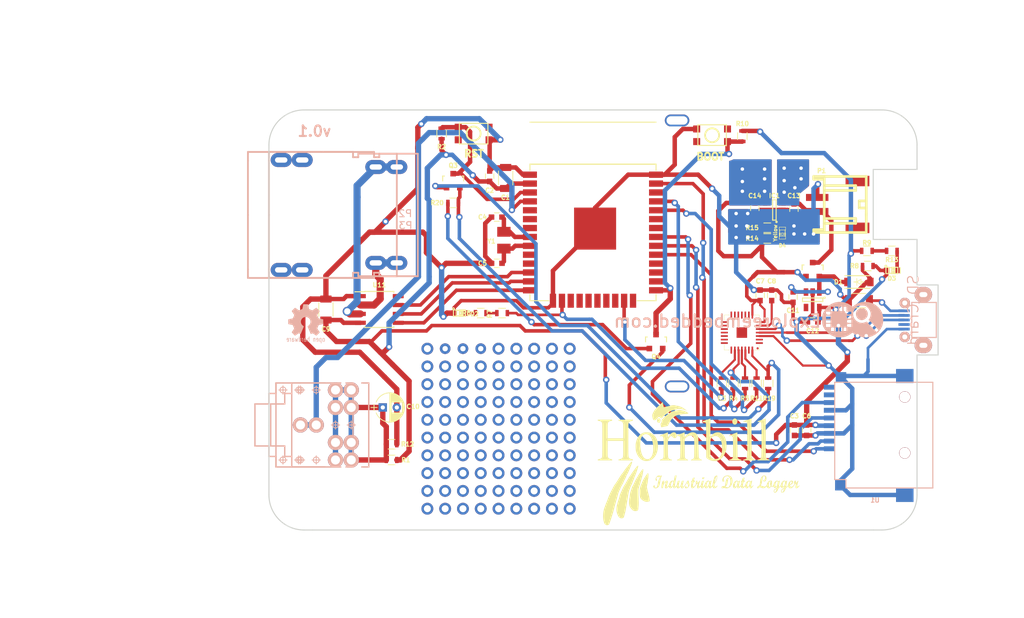
<source format=kicad_pcb>
(kicad_pcb (version 4) (host pcbnew "(2015-01-16 BZR 5376)-product")
  (layers (0 F.Cu signal) (31 B.Cu signal) (34 B.Paste user) (35 F.Paste user) (36 B.SilkS user) (37 F.SilkS user) (38 B.Mask user) (39 F.Mask user) (44 Edge.Cuts user))
  (net 0 "")
  (net 1 +3V3)
  (net 2 GND)
  (net 3 +5V)
  (net 4 "Net-(C4-Pad1)")
  (net 5 "Net-(C5-Pad1)")
  (net 6 "Net-(CON1-Pad1)")
  (net 7 "Net-(CON1-Pad2)")
  (net 8 "Net-(CON1-Pad3)")
  (net 9 "Net-(CON1-Pad4)")
  (net 10 /EN)
  (net 11 "Net-(M1-Pad5)")
  (net 12 "Net-(M1-Pad6)")
  (net 13 "Net-(M1-Pad7)")
  (net 14 "Net-(M1-Pad10)")
  (net 15 "Net-(M1-Pad11)")
  (net 16 /IO0)
  (net 17 "Net-(M1-Pad26)")
  (net 18 "Net-(M1-Pad32)")
  (net 19 "Net-(M1-Pad33)")
  (net 20 /RXD0)
  (net 21 /TXD0)
  (net 22 "Net-(M1-Pad36)")
  (net 23 /IO13)
  (net 24 "Net-(M1-Pad17)")
  (net 25 "Net-(M1-Pad18)")
  (net 26 "Net-(M1-Pad19)")
  (net 27 "Net-(M1-Pad20)")
  (net 28 "Net-(M1-Pad21)")
  (net 29 "Net-(M1-Pad22)")
  (net 30 /IO15)
  (net 31 "Net-(M1-Pad24)")
  (net 32 "Net-(Q3-Pad1)")
  (net 33 /RTS)
  (net 34 "Net-(Q4-Pad1)")
  (net 35 /DTR)
  (net 36 "Net-(D2-Pad2)")
  (net 37 "Net-(R6-Pad2)")
  (net 38 "Net-(D3-Pad2)")
  (net 39 "Net-(U9-Pad1)")
  (net 40 "Net-(U9-Pad9)")
  (net 41 "Net-(U9-Pad10)")
  (net 42 "Net-(U9-Pad11)")
  (net 43 "Net-(U9-Pad12)")
  (net 44 "Net-(U9-Pad13)")
  (net 45 "Net-(U9-Pad14)")
  (net 46 "Net-(U9-Pad15)")
  (net 47 "Net-(U9-Pad16)")
  (net 48 "Net-(U9-Pad17)")
  (net 49 "Net-(U9-Pad22)")
  (net 50 "Net-(C8-Pad1)")
  (net 51 "Net-(R3-Pad2)")
  (net 52 "Net-(R5-Pad2)")
  (net 53 "Net-(R11-Pad2)")
  (net 54 "Net-(U9-Pad2)")
  (net 55 "Net-(U9-Pad27)")
  (net 56 "Net-(U9-Pad21)")
  (net 57 "Net-(U9-Pad20)")
  (net 58 "Net-(U9-Pad18)")
  (net 59 "Net-(C10-Pad1)")
  (net 60 /SVP)
  (net 61 /SO)
  (net 62 /~CS)
  (net 63 /SCK)
  (net 64 "Net-(M1-Pad27)")
  (net 65 "Net-(M1-Pad28)")
  (net 66 /T-)
  (net 67 /T+)
  (net 68 "Net-(U11-Pad8)")
  (net 69 VCC)
  (net 70 +BATT)
  (net 71 "Net-(D4-Pad1)")
  (net 72 "Net-(IC1-Pad5)")
  (net 73 /IO5)
  (net 74 /IO18)
  (net 75 /IO19)
  (net 76 /IO23)
  (net 77 "Net-(R13-Pad2)")
  (net 78 "Net-(D4-Pad2)")
  (net 79 "Net-(U1-Pad8)")
  (net 80 "Net-(U1-Pad9)")
  (net 81 "Net-(U12-Pad4)")
  (net 82 "Net-(P4-Pad1)")
  (net 83 "Net-(P4-Pad2)")
  (net 84 "Net-(P4-Pad3)")
  (net 85 "Net-(P4-Pad4)")
  (net 86 "Net-(P4-Pad5)")
  (net 87 "Net-(P4-Pad6)")
  (net 88 "Net-(P4-Pad7)")
  (net 89 "Net-(P4-Pad8)")
  (net 90 "Net-(P4-Pad9)")
  (net 91 "Net-(P4-Pad10)")
  (net 92 "Net-(P5-Pad1)")
  (net 93 "Net-(P5-Pad2)")
  (net 94 "Net-(P5-Pad3)")
  (net 95 "Net-(P5-Pad4)")
  (net 96 "Net-(P5-Pad5)")
  (net 97 "Net-(P5-Pad6)")
  (net 98 "Net-(P5-Pad7)")
  (net 99 "Net-(P5-Pad8)")
  (net 100 "Net-(P5-Pad9)")
  (net 101 "Net-(P5-Pad10)")
  (net 102 "Net-(P6-Pad1)")
  (net 103 "Net-(P6-Pad2)")
  (net 104 "Net-(P6-Pad3)")
  (net 105 "Net-(P6-Pad4)")
  (net 106 "Net-(P6-Pad5)")
  (net 107 "Net-(P6-Pad6)")
  (net 108 "Net-(P6-Pad7)")
  (net 109 "Net-(P6-Pad8)")
  (net 110 "Net-(P6-Pad9)")
  (net 111 "Net-(P6-Pad10)")
  (net 112 "Net-(P7-Pad1)")
  (net 113 "Net-(P7-Pad2)")
  (net 114 "Net-(P7-Pad3)")
  (net 115 "Net-(P7-Pad4)")
  (net 116 "Net-(P7-Pad5)")
  (net 117 "Net-(P7-Pad6)")
  (net 118 "Net-(P7-Pad7)")
  (net 119 "Net-(P7-Pad8)")
  (net 120 "Net-(P7-Pad9)")
  (net 121 "Net-(P7-Pad10)")
  (net 122 "Net-(P8-Pad1)")
  (net 123 "Net-(P8-Pad2)")
  (net 124 "Net-(P8-Pad3)")
  (net 125 "Net-(P8-Pad4)")
  (net 126 "Net-(P8-Pad5)")
  (net 127 "Net-(P8-Pad6)")
  (net 128 "Net-(P8-Pad7)")
  (net 129 "Net-(P8-Pad8)")
  (net 130 "Net-(P8-Pad9)")
  (net 131 "Net-(P8-Pad10)")
  (net 132 "Net-(P9-Pad1)")
  (net 133 "Net-(P9-Pad2)")
  (net 134 "Net-(P9-Pad3)")
  (net 135 "Net-(P9-Pad4)")
  (net 136 "Net-(P9-Pad5)")
  (net 137 "Net-(P9-Pad6)")
  (net 138 "Net-(P9-Pad7)")
  (net 139 "Net-(P9-Pad8)")
  (net 140 "Net-(P9-Pad9)")
  (net 141 "Net-(P9-Pad10)")
  (net 142 "Net-(P10-Pad1)")
  (net 143 "Net-(P10-Pad2)")
  (net 144 "Net-(P10-Pad3)")
  (net 145 "Net-(P10-Pad4)")
  (net 146 "Net-(P10-Pad5)")
  (net 147 "Net-(P10-Pad6)")
  (net 148 "Net-(P10-Pad7)")
  (net 149 "Net-(P10-Pad8)")
  (net 150 "Net-(P10-Pad9)")
  (net 151 "Net-(P10-Pad10)")
  (net 152 "Net-(P11-Pad1)")
  (net 153 "Net-(P11-Pad2)")
  (net 154 "Net-(P11-Pad3)")
  (net 155 "Net-(P11-Pad4)")
  (net 156 "Net-(P11-Pad5)")
  (net 157 "Net-(P11-Pad6)")
  (net 158 "Net-(P11-Pad7)")
  (net 159 "Net-(P11-Pad8)")
  (net 160 "Net-(P11-Pad9)")
  (net 161 "Net-(P11-Pad10)")
  (net 162 "Net-(P12-Pad1)")
  (net 163 "Net-(P12-Pad2)")
  (net 164 "Net-(P12-Pad3)")
  (net 165 "Net-(P12-Pad4)")
  (net 166 "Net-(P12-Pad5)")
  (net 167 "Net-(P12-Pad6)")
  (net 168 "Net-(P12-Pad7)")
  (net 169 "Net-(P12-Pad8)")
  (net 170 "Net-(P12-Pad9)")
  (net 171 "Net-(P12-Pad10)")
  (module Mounting_Holes:MountingHole_2.5mm (layer F.Cu) (at 122 107)
    (fp_text reference U15 hide)
    (fp_text value MountingHole)
    (pad "" np_thru_hole oval (at 0 0) (size 3.5 1.7) (drill oval 3 1.2) (layers *.Cu *.Mask))
  )
  (module Mounting_Holes:MountingHole_2.5mm (layer F.Cu) (at 122 69)
    (fp_text reference U14 hide)
    (fp_text value MountingHole)
    (pad "" np_thru_hole oval (at 0 0) (size 3.5 1.7) (drill oval 3 1.2) (layers *.Cu *.Mask))
  )
  (module Pin_Headers:Pin_Header_Straight_1x10_Pitch2.54mm (layer F.Cu) (at 106.68 101.6)
    (fp_text reference P8 hide)
    (fp_text value CONN_01X10)
    (pad 1 thru_hole oval (at 0 0) (size 1.7 1.7) (drill 1) (layers *.Cu *.Mask) (net 122 "Net-(P8-Pad1)"))
    (pad 2 thru_hole oval (at 0 2.54) (size 1.7 1.7) (drill 1) (layers *.Cu *.Mask) (net 123 "Net-(P8-Pad2)"))
    (pad 3 thru_hole oval (at 0 5.08) (size 1.7 1.7) (drill 1) (layers *.Cu *.Mask) (net 124 "Net-(P8-Pad3)"))
    (pad 4 thru_hole oval (at 0 7.62) (size 1.7 1.7) (drill 1) (layers *.Cu *.Mask) (net 125 "Net-(P8-Pad4)"))
    (pad 5 thru_hole oval (at 0 10.16) (size 1.7 1.7) (drill 1) (layers *.Cu *.Mask) (net 126 "Net-(P8-Pad5)"))
    (pad 6 thru_hole oval (at 0 12.7) (size 1.7 1.7) (drill 1) (layers *.Cu *.Mask) (net 127 "Net-(P8-Pad6)"))
    (pad 7 thru_hole oval (at 0 15.24) (size 1.7 1.7) (drill 1) (layers *.Cu *.Mask) (net 128 "Net-(P8-Pad7)"))
    (pad 8 thru_hole oval (at 0 17.78) (size 1.7 1.7) (drill 1) (layers *.Cu *.Mask) (net 129 "Net-(P8-Pad8)"))
    (pad 9 thru_hole oval (at 0 20.32) (size 1.7 1.7) (drill 1) (layers *.Cu *.Mask) (net 130 "Net-(P8-Pad9)"))
    (pad 10 thru_hole oval (at 0 22.86) (size 1.7 1.7) (drill 1) (layers *.Cu *.Mask) (net 131 "Net-(P8-Pad10)"))
  )
  (module Pin_Headers:Pin_Header_Straight_1x10_Pitch2.54mm (layer F.Cu) (at 104.14 101.6)
    (fp_text reference P9 hide)
    (fp_text value CONN_01X10)
    (pad 1 thru_hole oval (at 0 0) (size 1.7 1.7) (drill 1) (layers *.Cu *.Mask) (net 132 "Net-(P9-Pad1)"))
    (pad 2 thru_hole oval (at 0 2.54) (size 1.7 1.7) (drill 1) (layers *.Cu *.Mask) (net 133 "Net-(P9-Pad2)"))
    (pad 3 thru_hole oval (at 0 5.08) (size 1.7 1.7) (drill 1) (layers *.Cu *.Mask) (net 134 "Net-(P9-Pad3)"))
    (pad 4 thru_hole oval (at 0 7.62) (size 1.7 1.7) (drill 1) (layers *.Cu *.Mask) (net 135 "Net-(P9-Pad4)"))
    (pad 5 thru_hole oval (at 0 10.16) (size 1.7 1.7) (drill 1) (layers *.Cu *.Mask) (net 136 "Net-(P9-Pad5)"))
    (pad 6 thru_hole oval (at 0 12.7) (size 1.7 1.7) (drill 1) (layers *.Cu *.Mask) (net 137 "Net-(P9-Pad6)"))
    (pad 7 thru_hole oval (at 0 15.24) (size 1.7 1.7) (drill 1) (layers *.Cu *.Mask) (net 138 "Net-(P9-Pad7)"))
    (pad 8 thru_hole oval (at 0 17.78) (size 1.7 1.7) (drill 1) (layers *.Cu *.Mask) (net 139 "Net-(P9-Pad8)"))
    (pad 9 thru_hole oval (at 0 20.32) (size 1.7 1.7) (drill 1) (layers *.Cu *.Mask) (net 140 "Net-(P9-Pad9)"))
    (pad 10 thru_hole oval (at 0 22.86) (size 1.7 1.7) (drill 1) (layers *.Cu *.Mask) (net 141 "Net-(P9-Pad10)"))
  )
  (module Pin_Headers:Pin_Header_Straight_1x10_Pitch2.54mm (layer F.Cu) (at 101.6 101.6)
    (fp_text reference P6 hide)
    (fp_text value CONN_01X10)
    (pad 1 thru_hole oval (at 0 0) (size 1.7 1.7) (drill 1) (layers *.Cu *.Mask) (net 102 "Net-(P6-Pad1)"))
    (pad 2 thru_hole oval (at 0 2.54) (size 1.7 1.7) (drill 1) (layers *.Cu *.Mask) (net 103 "Net-(P6-Pad2)"))
    (pad 3 thru_hole oval (at 0 5.08) (size 1.7 1.7) (drill 1) (layers *.Cu *.Mask) (net 104 "Net-(P6-Pad3)"))
    (pad 4 thru_hole oval (at 0 7.62) (size 1.7 1.7) (drill 1) (layers *.Cu *.Mask) (net 105 "Net-(P6-Pad4)"))
    (pad 5 thru_hole oval (at 0 10.16) (size 1.7 1.7) (drill 1) (layers *.Cu *.Mask) (net 106 "Net-(P6-Pad5)"))
    (pad 6 thru_hole oval (at 0 12.7) (size 1.7 1.7) (drill 1) (layers *.Cu *.Mask) (net 107 "Net-(P6-Pad6)"))
    (pad 7 thru_hole oval (at 0 15.24) (size 1.7 1.7) (drill 1) (layers *.Cu *.Mask) (net 108 "Net-(P6-Pad7)"))
    (pad 8 thru_hole oval (at 0 17.78) (size 1.7 1.7) (drill 1) (layers *.Cu *.Mask) (net 109 "Net-(P6-Pad8)"))
    (pad 9 thru_hole oval (at 0 20.32) (size 1.7 1.7) (drill 1) (layers *.Cu *.Mask) (net 110 "Net-(P6-Pad9)"))
    (pad 10 thru_hole oval (at 0 22.86) (size 1.7 1.7) (drill 1) (layers *.Cu *.Mask) (net 111 "Net-(P6-Pad10)"))
  )
  (module Pin_Headers:Pin_Header_Straight_1x10_Pitch2.54mm (layer F.Cu) (at 99.06 101.6)
    (fp_text reference P7 hide)
    (fp_text value CONN_01X10)
    (pad 1 thru_hole oval (at 0 0) (size 1.7 1.7) (drill 1) (layers *.Cu *.Mask) (net 112 "Net-(P7-Pad1)"))
    (pad 2 thru_hole oval (at 0 2.54) (size 1.7 1.7) (drill 1) (layers *.Cu *.Mask) (net 113 "Net-(P7-Pad2)"))
    (pad 3 thru_hole oval (at 0 5.08) (size 1.7 1.7) (drill 1) (layers *.Cu *.Mask) (net 114 "Net-(P7-Pad3)"))
    (pad 4 thru_hole oval (at 0 7.62) (size 1.7 1.7) (drill 1) (layers *.Cu *.Mask) (net 115 "Net-(P7-Pad4)"))
    (pad 5 thru_hole oval (at 0 10.16) (size 1.7 1.7) (drill 1) (layers *.Cu *.Mask) (net 116 "Net-(P7-Pad5)"))
    (pad 6 thru_hole oval (at 0 12.7) (size 1.7 1.7) (drill 1) (layers *.Cu *.Mask) (net 117 "Net-(P7-Pad6)"))
    (pad 7 thru_hole oval (at 0 15.24) (size 1.7 1.7) (drill 1) (layers *.Cu *.Mask) (net 118 "Net-(P7-Pad7)"))
    (pad 8 thru_hole oval (at 0 17.78) (size 1.7 1.7) (drill 1) (layers *.Cu *.Mask) (net 119 "Net-(P7-Pad8)"))
    (pad 9 thru_hole oval (at 0 20.32) (size 1.7 1.7) (drill 1) (layers *.Cu *.Mask) (net 120 "Net-(P7-Pad9)"))
    (pad 10 thru_hole oval (at 0 22.86) (size 1.7 1.7) (drill 1) (layers *.Cu *.Mask) (net 121 "Net-(P7-Pad10)"))
  )
  (module Pin_Headers:Pin_Header_Straight_1x10_Pitch2.54mm (layer F.Cu) (at 96.52 101.6)
    (fp_text reference P10 hide)
    (fp_text value CONN_01X10)
    (pad 1 thru_hole oval (at 0 0) (size 1.7 1.7) (drill 1) (layers *.Cu *.Mask) (net 142 "Net-(P10-Pad1)"))
    (pad 2 thru_hole oval (at 0 2.54) (size 1.7 1.7) (drill 1) (layers *.Cu *.Mask) (net 143 "Net-(P10-Pad2)"))
    (pad 3 thru_hole oval (at 0 5.08) (size 1.7 1.7) (drill 1) (layers *.Cu *.Mask) (net 144 "Net-(P10-Pad3)"))
    (pad 4 thru_hole oval (at 0 7.62) (size 1.7 1.7) (drill 1) (layers *.Cu *.Mask) (net 145 "Net-(P10-Pad4)"))
    (pad 5 thru_hole oval (at 0 10.16) (size 1.7 1.7) (drill 1) (layers *.Cu *.Mask) (net 146 "Net-(P10-Pad5)"))
    (pad 6 thru_hole oval (at 0 12.7) (size 1.7 1.7) (drill 1) (layers *.Cu *.Mask) (net 147 "Net-(P10-Pad6)"))
    (pad 7 thru_hole oval (at 0 15.24) (size 1.7 1.7) (drill 1) (layers *.Cu *.Mask) (net 148 "Net-(P10-Pad7)"))
    (pad 8 thru_hole oval (at 0 17.78) (size 1.7 1.7) (drill 1) (layers *.Cu *.Mask) (net 149 "Net-(P10-Pad8)"))
    (pad 9 thru_hole oval (at 0 20.32) (size 1.7 1.7) (drill 1) (layers *.Cu *.Mask) (net 150 "Net-(P10-Pad9)"))
    (pad 10 thru_hole oval (at 0 22.86) (size 1.7 1.7) (drill 1) (layers *.Cu *.Mask) (net 151 "Net-(P10-Pad10)"))
  )
  (module Pin_Headers:Pin_Header_Straight_1x10_Pitch2.54mm (layer F.Cu) (at 93.98 101.6)
    (fp_text reference P11 hide)
    (fp_text value CONN_01X10)
    (pad 1 thru_hole circle (at 0 0) (size 1.524 1.524) (drill 0.762) (layers *.Cu *.Mask) (net 152 "Net-(P11-Pad1)"))
    (pad 2 thru_hole oval (at 0 2.54) (size 1.7 1.7) (drill 1) (layers *.Cu *.Mask) (net 153 "Net-(P11-Pad2)"))
    (pad 3 thru_hole oval (at 0 5.08) (size 1.7 1.7) (drill 1) (layers *.Cu *.Mask) (net 154 "Net-(P11-Pad3)"))
    (pad 4 thru_hole oval (at 0 7.62) (size 1.7 1.7) (drill 1) (layers *.Cu *.Mask) (net 155 "Net-(P11-Pad4)"))
    (pad 5 thru_hole oval (at 0 10.16) (size 1.7 1.7) (drill 1) (layers *.Cu *.Mask) (net 156 "Net-(P11-Pad5)"))
    (pad 6 thru_hole oval (at 0 12.7) (size 1.7 1.7) (drill 1) (layers *.Cu *.Mask) (net 157 "Net-(P11-Pad6)"))
    (pad 7 thru_hole oval (at 0 15.24) (size 1.7 1.7) (drill 1) (layers *.Cu *.Mask) (net 158 "Net-(P11-Pad7)"))
    (pad 8 thru_hole oval (at 0 17.78) (size 1.7 1.7) (drill 1) (layers *.Cu *.Mask) (net 159 "Net-(P11-Pad8)"))
    (pad 9 thru_hole oval (at 0 20.32) (size 1.7 1.7) (drill 1) (layers *.Cu *.Mask) (net 160 "Net-(P11-Pad9)"))
    (pad 10 thru_hole oval (at 0 22.86) (size 1.7 1.7) (drill 1) (layers *.Cu *.Mask) (net 161 "Net-(P11-Pad10)"))
  )
  (module Pin_Headers:Pin_Header_Straight_1x10_Pitch2.54mm (layer F.Cu) (at 91.44 101.6)
    (fp_text reference P12 hide)
    (fp_text value CONN_01X10)
    (pad 1 thru_hole circle (at 0 0) (size 1.524 1.524) (drill 0.762) (layers *.Cu *.Mask) (net 162 "Net-(P12-Pad1)"))
    (pad 2 thru_hole oval (at 0 2.54) (size 1.7 1.7) (drill 1) (layers *.Cu *.Mask) (net 163 "Net-(P12-Pad2)"))
    (pad 3 thru_hole oval (at 0 5.08) (size 1.7 1.7) (drill 1) (layers *.Cu *.Mask) (net 164 "Net-(P12-Pad3)"))
    (pad 4 thru_hole oval (at 0 7.62) (size 1.7 1.7) (drill 1) (layers *.Cu *.Mask) (net 165 "Net-(P12-Pad4)"))
    (pad 5 thru_hole oval (at 0 10.16) (size 1.7 1.7) (drill 1) (layers *.Cu *.Mask) (net 166 "Net-(P12-Pad5)"))
    (pad 6 thru_hole oval (at 0 12.7) (size 1.7 1.7) (drill 1) (layers *.Cu *.Mask) (net 167 "Net-(P12-Pad6)"))
    (pad 7 thru_hole oval (at 0 15.24) (size 1.7 1.7) (drill 1) (layers *.Cu *.Mask) (net 168 "Net-(P12-Pad7)"))
    (pad 8 thru_hole oval (at 0 17.78) (size 1.7 1.7) (drill 1) (layers *.Cu *.Mask) (net 169 "Net-(P12-Pad8)"))
    (pad 9 thru_hole oval (at 0 20.32) (size 1.7 1.7) (drill 1) (layers *.Cu *.Mask) (net 170 "Net-(P12-Pad9)"))
    (pad 10 thru_hole oval (at 0 22.86) (size 1.7 1.7) (drill 1) (layers *.Cu *.Mask) (net 171 "Net-(P12-Pad10)"))
  )
  (module Pin_Headers:Pin_Header_Straight_1x10_Pitch2.54mm (layer F.Cu) (at 88.9 101.6)
    (fp_text reference P5 hide)
    (fp_text value CONN_01X10)
    (pad 1 thru_hole circle (at 0 0) (size 1.524 1.524) (drill 0.762) (layers *.Cu *.Mask) (net 92 "Net-(P5-Pad1)"))
    (pad 2 thru_hole oval (at 0 2.54) (size 1.7 1.7) (drill 1) (layers *.Cu *.Mask) (net 93 "Net-(P5-Pad2)"))
    (pad 3 thru_hole oval (at 0 5.08) (size 1.7 1.7) (drill 1) (layers *.Cu *.Mask) (net 94 "Net-(P5-Pad3)"))
    (pad 4 thru_hole oval (at 0 7.62) (size 1.7 1.7) (drill 1) (layers *.Cu *.Mask) (net 95 "Net-(P5-Pad4)"))
    (pad 5 thru_hole oval (at 0 10.16) (size 1.7 1.7) (drill 1) (layers *.Cu *.Mask) (net 96 "Net-(P5-Pad5)"))
    (pad 6 thru_hole oval (at 0 12.7) (size 1.7 1.7) (drill 1) (layers *.Cu *.Mask) (net 97 "Net-(P5-Pad6)"))
    (pad 7 thru_hole oval (at 0 15.24) (size 1.7 1.7) (drill 1) (layers *.Cu *.Mask) (net 98 "Net-(P5-Pad7)"))
    (pad 8 thru_hole oval (at 0 17.78) (size 1.7 1.7) (drill 1) (layers *.Cu *.Mask) (net 99 "Net-(P5-Pad8)"))
    (pad 9 thru_hole oval (at 0 20.32) (size 1.7 1.7) (drill 1) (layers *.Cu *.Mask) (net 100 "Net-(P5-Pad9)"))
    (pad 10 thru_hole oval (at 0 22.86) (size 1.7 1.7) (drill 1) (layers *.Cu *.Mask) (net 101 "Net-(P5-Pad10)"))
  )
  (module Pin_Headers:Pin_Header_Straight_1x10_Pitch2.54mm (layer F.Cu) (at 86.36 101.6)
    (fp_text reference P4 hide)
    (fp_text value CONN_01X10)
    (pad 1 thru_hole oval (at 0 0) (size 1.7 1.7) (drill 1) (layers *.Cu *.Mask) (net 82 "Net-(P4-Pad1)"))
    (pad 2 thru_hole oval (at 0 2.54) (size 1.7 1.7) (drill 1) (layers *.Cu *.Mask) (net 83 "Net-(P4-Pad2)"))
    (pad 3 thru_hole oval (at 0 5.08) (size 1.7 1.7) (drill 1) (layers *.Cu *.Mask) (net 84 "Net-(P4-Pad3)"))
    (pad 4 thru_hole oval (at 0 7.62) (size 1.7 1.7) (drill 1) (layers *.Cu *.Mask) (net 85 "Net-(P4-Pad4)"))
    (pad 5 thru_hole oval (at 0 10.16) (size 1.7 1.7) (drill 1) (layers *.Cu *.Mask) (net 86 "Net-(P4-Pad5)"))
    (pad 6 thru_hole oval (at 0 12.7) (size 1.7 1.7) (drill 1) (layers *.Cu *.Mask) (net 87 "Net-(P4-Pad6)"))
    (pad 7 thru_hole oval (at 0 15.24) (size 1.7 1.7) (drill 1) (layers *.Cu *.Mask) (net 88 "Net-(P4-Pad7)"))
    (pad 8 thru_hole oval (at 0 17.78) (size 1.7 1.7) (drill 1) (layers *.Cu *.Mask) (net 89 "Net-(P4-Pad8)"))
    (pad 9 thru_hole oval (at 0 20.32) (size 1.7 1.7) (drill 1) (layers *.Cu *.Mask) (net 90 "Net-(P4-Pad9)"))
    (pad 10 thru_hole oval (at 0 22.86) (size 1.7 1.7) (drill 1) (layers *.Cu *.Mask) (net 91 "Net-(P4-Pad10)"))
  )
  (module Explore:LED-0603_NEW (layer F.Cu) (at 90.932 96.52)
    (fp_text reference D2 (at 2.159 0.127) (layer F.SilkS) (effects (font (size 0.6 0.6))))
    (fp_text value Blue hide)
    (pad 1 smd rect (at -0.7493 0) (size 0.79756 0.79756) (layers F.Cu F.Paste F.Mask) (net 2 GND))
    (pad 2 smd rect (at 0.7493 0) (size 0.79756 0.79756) (layers F.Cu F.Paste F.Mask) (net 36 "Net-(D2-Pad2)"))
  )
  (module Explore:LED-0603_NEW (layer F.Cu) (at 152.654 90.424)
    (fp_text reference D3 (at 0 1.143) (layer F.SilkS) (effects (font (size 0.6 0.6))))
    (fp_text value LED hide)
    (pad 1 smd rect (at -0.7493 0) (size 0.79756 0.79756) (layers F.Cu F.Paste F.Mask) (net 2 GND))
    (pad 2 smd rect (at 0.7493 0) (size 0.79756 0.79756) (layers F.Cu F.Paste F.Mask) (net 38 "Net-(D3-Pad2)"))
  )
  (module Capacitors_SMD:C_1206 (layer F.Cu) (at 97.536 77.216 90)
    (fp_text reference C1 (at -2.784 -0.036 180) (layer F.SilkS) (effects (font (size 0.635 0.635))))
    (fp_text value 100uF)
    (pad 1 smd rect (at -1.5 0 90) (size 1 1.6) (layers F.Cu F.Paste F.Mask) (net 1 +3V3))
    (pad 2 smd rect (at 1.5 0 90) (size 1 1.6) (layers F.Cu F.Paste F.Mask) (net 2 GND))
  )
  (module Capacitors_SMD:C_0603 (layer F.Cu) (at 95.25 76.962 90)
    (fp_text reference C2 (at -2.038 0 180) (layer F.SilkS) (effects (font (size 0.635 0.635))))
    (fp_text value 100nF)
    (pad 1 smd rect (at -0.75 0 90) (size 0.8 0.75) (layers F.Cu F.Paste F.Mask) (net 1 +3V3))
    (pad 2 smd rect (at 0.75 0 90) (size 0.8 0.75) (layers F.Cu F.Paste F.Mask) (net 2 GND))
  )
  (module Capacitors_SMD:C_0603 (layer F.Cu) (at 138.75 113.25 270)
    (fp_text reference C3 (at -2.032 0 360) (layer F.SilkS) (effects (font (size 0.635 0.635))))
    (fp_text value 0.1uF)
    (pad 1 smd rect (at -0.75 0 270) (size 0.8 0.75) (layers F.Cu F.Paste F.Mask) (net 1 +3V3))
    (pad 2 smd rect (at 0.75 0 270) (size 0.8 0.75) (layers F.Cu F.Paste F.Mask) (net 2 GND))
  )
  (module Capacitors_SMD:C_0603 (layer F.Cu) (at 96.266 82.804 180)
    (fp_text reference C4 (at 2.032 0 180) (layer F.SilkS) (effects (font (size 0.635 0.635))))
    (fp_text value 15pF)
    (pad 1 smd rect (at -0.75 0 180) (size 0.8 0.75) (layers F.Cu F.Paste F.Mask) (net 4 "Net-(C4-Pad1)"))
    (pad 2 smd rect (at 0.75 0 180) (size 0.8 0.75) (layers F.Cu F.Paste F.Mask) (net 2 GND))
  )
  (module Capacitors_SMD:C_0603 (layer F.Cu) (at 96.266 89.408 180)
    (fp_text reference C5 (at 2.032 0 180) (layer F.SilkS) (effects (font (size 0.635 0.635))))
    (fp_text value 15pF)
    (pad 1 smd rect (at -0.75 0 180) (size 0.8 0.75) (layers F.Cu F.Paste F.Mask) (net 5 "Net-(C5-Pad1)"))
    (pad 2 smd rect (at 0.75 0 180) (size 0.8 0.75) (layers F.Cu F.Paste F.Mask) (net 2 GND))
  )
  (module Capacitors_SMD:C_0603 (layer F.Cu) (at 140.5 113.25 270)
    (fp_text reference C6 (at -2.032 0 360) (layer F.SilkS) (effects (font (size 0.635 0.635))))
    (fp_text value 0.1uF)
    (pad 1 smd rect (at -0.75 0 270) (size 0.8 0.75) (layers F.Cu F.Paste F.Mask) (net 1 +3V3))
    (pad 2 smd rect (at 0.75 0 270) (size 0.8 0.75) (layers F.Cu F.Paste F.Mask) (net 2 GND))
  )
  (module Capacitors_SMD:C_0603 (layer F.Cu) (at 135.509 93.98 90)
    (fp_text reference C8 (at 2.032 0 180) (layer F.SilkS) (effects (font (size 0.635 0.635))))
    (fp_text value 0.1uF)
    (pad 1 smd rect (at -0.75 0 90) (size 0.8 0.75) (layers F.Cu F.Paste F.Mask) (net 50 "Net-(C8-Pad1)"))
    (pad 2 smd rect (at 0.75 0 90) (size 0.8 0.75) (layers F.Cu F.Paste F.Mask) (net 2 GND))
  )
  (module Explore:USB_Micro-B_SMD_NEW_1 (layer B.Cu) (at 154.5 97.5 180)
    (fp_text reference CON1 hide)
    (fp_text value USB-MINI-B hide)
    (pad 1 smd rect (at 0.1 1.3 180) (size 1.6 0.4) (layers B.Cu B.Paste B.Mask) (net 6 "Net-(CON1-Pad1)"))
    (pad 2 smd rect (at 0.1 0.65 180) (size 1.6 0.4) (layers B.Cu B.Paste B.Mask) (net 7 "Net-(CON1-Pad2)"))
    (pad 3 smd rect (at 0.1 0 180) (size 1.6 0.4) (layers B.Cu B.Paste B.Mask) (net 8 "Net-(CON1-Pad3)"))
    (pad 4 smd rect (at 0.1 -0.65 180) (size 1.6 0.4) (layers B.Cu B.Paste B.Mask) (net 9 "Net-(CON1-Pad4)"))
    (pad 5 smd rect (at 0.1 -1.3 180) (size 1.6 0.4) (layers B.Cu B.Paste B.Mask) (net 2 GND))
    (pad "" thru_hole circle (at 0 2.425 180) (size 1.5 1.5) (drill 0.71) (layers *.Cu *.Mask B.SilkS))
    (pad "" thru_hole oval (at -2.65 3.625 180) (size 2.5 2.2) (drill oval 1.15 0.72) (layers *.Cu *.Mask B.SilkS))
    (pad "" thru_hole circle (at 0 -2.425 180) (size 1.5 1.5) (drill 0.71) (layers *.Cu *.Mask B.SilkS))
    (pad "" thru_hole oval (at -2.65 -3.625 180) (size 2.5 2.2) (drill oval 1.15 0.72) (layers *.Cu *.Mask B.SilkS))
  )
  (module Explore:ESP-32S (layer F.Cu) (at 110 82)
    (fp_text reference M1 hide)
    (fp_text value ESP-WROOM-32 hide)
    (pad 1 smd rect (at -9 -5.25) (size 2 0.9) (layers F.Cu F.Paste F.Mask) (net 2 GND))
    (pad 2 smd rect (at -9 -3.98) (size 2 0.9) (layers F.Cu F.Paste F.Mask) (net 1 +3V3))
    (pad 3 smd rect (at -9 -2.71) (size 2 0.9) (layers F.Cu F.Paste F.Mask) (net 10 /EN))
    (pad 4 smd rect (at -9 -1.44) (size 2 0.9) (layers F.Cu F.Paste F.Mask) (net 60 /SVP))
    (pad 5 smd rect (at -9 -0.17) (size 2 0.9) (layers F.Cu F.Paste F.Mask) (net 11 "Net-(M1-Pad5)"))
    (pad 6 smd rect (at -9 1.1) (size 2 0.9) (layers F.Cu F.Paste F.Mask) (net 12 "Net-(M1-Pad6)"))
    (pad 7 smd rect (at -9 2.37) (size 2 0.9) (layers F.Cu F.Paste F.Mask) (net 13 "Net-(M1-Pad7)"))
    (pad 8 smd rect (at -9 3.64) (size 2 0.9) (layers F.Cu F.Paste F.Mask) (net 4 "Net-(C4-Pad1)"))
    (pad 9 smd rect (at -9 4.91) (size 2 0.9) (layers F.Cu F.Paste F.Mask) (net 5 "Net-(C5-Pad1)"))
    (pad 10 smd rect (at -9 6.18) (size 2 0.9) (layers F.Cu F.Paste F.Mask) (net 14 "Net-(M1-Pad10)"))
    (pad 11 smd rect (at -9 7.45) (size 2 0.9) (layers F.Cu F.Paste F.Mask) (net 15 "Net-(M1-Pad11)"))
    (pad 12 smd rect (at -9 8.72) (size 2 0.9) (layers F.Cu F.Paste F.Mask) (net 61 /SO))
    (pad 13 smd rect (at -9 9.99) (size 2 0.9) (layers F.Cu F.Paste F.Mask) (net 62 /~CS))
    (pad 14 smd rect (at -9 11.26) (size 2 0.9) (layers F.Cu F.Paste F.Mask) (net 63 /SCK))
    (pad 38 smd rect (at 9 -5.25) (size 2 0.9) (layers F.Cu F.Paste F.Mask) (net 2 GND))
    (pad 25 smd rect (at 9 11.26) (size 2 0.9) (layers F.Cu F.Paste F.Mask) (net 16 /IO0))
    (pad 26 smd rect (at 9 9.99) (size 2 0.9) (layers F.Cu F.Paste F.Mask) (net 17 "Net-(M1-Pad26)"))
    (pad 27 smd rect (at 9 8.72) (size 2 0.9) (layers F.Cu F.Paste F.Mask) (net 64 "Net-(M1-Pad27)"))
    (pad 28 smd rect (at 9 7.45) (size 2 0.9) (layers F.Cu F.Paste F.Mask) (net 65 "Net-(M1-Pad28)"))
    (pad 29 smd rect (at 9 6.18) (size 2 0.9) (layers F.Cu F.Paste F.Mask) (net 73 /IO5))
    (pad 30 smd rect (at 9 4.91) (size 2 0.9) (layers F.Cu F.Paste F.Mask) (net 74 /IO18))
    (pad 31 smd rect (at 9 3.64) (size 2 0.9) (layers F.Cu F.Paste F.Mask) (net 75 /IO19))
    (pad 32 smd rect (at 9 2.37) (size 2 0.9) (layers F.Cu F.Paste F.Mask) (net 18 "Net-(M1-Pad32)"))
    (pad 33 smd rect (at 9 1.1) (size 2 0.9) (layers F.Cu F.Paste F.Mask) (net 19 "Net-(M1-Pad33)"))
    (pad 34 smd rect (at 9 -0.17) (size 2 0.9) (layers F.Cu F.Paste F.Mask) (net 20 /RXD0))
    (pad 35 smd rect (at 9 -1.44) (size 2 0.9) (layers F.Cu F.Paste F.Mask) (net 21 /TXD0))
    (pad 36 smd rect (at 9 -2.71) (size 2 0.9) (layers F.Cu F.Paste F.Mask) (net 22 "Net-(M1-Pad36)"))
    (pad 37 smd rect (at 9 -3.98) (size 2 0.9) (layers F.Cu F.Paste F.Mask) (net 76 /IO23))
    (pad 15 smd rect (at -5.715 12.75 90) (size 2 0.9) (layers F.Cu F.Paste F.Mask) (net 2 GND))
    (pad 16 smd rect (at -4.43 12.75 90) (size 2 0.9) (layers F.Cu F.Paste F.Mask) (net 23 /IO13))
    (pad 17 smd rect (at -3.175 12.75 90) (size 2 0.9) (layers F.Cu F.Paste F.Mask) (net 24 "Net-(M1-Pad17)"))
    (pad 18 smd rect (at -1.905 12.75 90) (size 2 0.9) (layers F.Cu F.Paste F.Mask) (net 25 "Net-(M1-Pad18)"))
    (pad 19 smd rect (at -0.635 12.75 90) (size 2 0.9) (layers F.Cu F.Paste F.Mask) (net 26 "Net-(M1-Pad19)"))
    (pad 20 smd rect (at 0.635 12.75 90) (size 2 0.9) (layers F.Cu F.Paste F.Mask) (net 27 "Net-(M1-Pad20)"))
    (pad 21 smd rect (at 1.905 12.75 90) (size 2 0.9) (layers F.Cu F.Paste F.Mask) (net 28 "Net-(M1-Pad21)"))
    (pad 22 smd rect (at 3.175 12.75 90) (size 2 0.9) (layers F.Cu F.Paste F.Mask) (net 29 "Net-(M1-Pad22)"))
    (pad 23 smd rect (at 4.445 12.75 90) (size 2 0.9) (layers F.Cu F.Paste F.Mask) (net 30 /IO15))
    (pad 24 smd rect (at 5.715 12.75 90) (size 2 0.9) (layers F.Cu F.Paste F.Mask) (net 31 "Net-(M1-Pad24)"))
    (pad 1 smd rect (at 0.3 2.45 90) (size 6 6) (layers F.Cu F.Paste F.Mask) (net 2 GND))
  )
  (module Resistors_SMD:R_0603 (layer F.Cu) (at 88.392 70.866 90)
    (fp_text reference R2 (at -1.905 0 180) (layer F.SilkS) (effects (font (size 0.635 0.635))))
    (fp_text value 10K)
    (pad 1 smd rect (at -0.75 0 90) (size 0.5 0.9) (layers F.Cu F.Paste F.Mask) (net 1 +3V3))
    (pad 2 smd rect (at 0.75 0 90) (size 0.5 0.9) (layers F.Cu F.Paste F.Mask) (net 10 /EN))
  )
  (module Resistors_SMD:R_0603 (layer F.Cu) (at 93.98 96.52)
    (fp_text reference R6 (at -2.032 0) (layer F.SilkS) (effects (font (size 0.635 0.635))))
    (fp_text value 1K)
    (pad 1 smd rect (at -0.75 0) (size 0.5 0.9) (layers F.Cu F.Paste F.Mask) (net 36 "Net-(D2-Pad2)"))
    (pad 2 smd rect (at 0.75 0) (size 0.5 0.9) (layers F.Cu F.Paste F.Mask) (net 37 "Net-(R6-Pad2)"))
  )
  (module Resistors_SMD:R_0603 (layer F.Cu) (at 97.028 96.52 180)
    (fp_text reference R7 (at 1.778 -0.127 270) (layer F.SilkS) (effects (font (size 0.635 0.635))))
    (fp_text value 0E)
    (pad 1 smd rect (at -0.75 0 180) (size 0.5 0.9) (layers F.Cu F.Paste F.Mask) (net 23 /IO13))
    (pad 2 smd rect (at 0.75 0 180) (size 0.5 0.9) (layers F.Cu F.Paste F.Mask) (net 37 "Net-(R6-Pad2)"))
  )
  (module Resistors_SMD:R_0603 (layer F.Cu) (at 149.225 89.789)
    (fp_text reference R8 (at -1.905 0) (layer F.SilkS) (effects (font (size 0.635 0.635))))
    (fp_text value 100K)
    (pad 1 smd rect (at -0.75 0) (size 0.5 0.9) (layers F.Cu F.Paste F.Mask) (net 69 VCC))
    (pad 2 smd rect (at 0.75 0) (size 0.5 0.9) (layers F.Cu F.Paste F.Mask) (net 2 GND))
  )
  (module Resistors_SMD:R_0603 (layer F.Cu) (at 149.098 87.63 180)
    (fp_text reference R9 (at 0 1.143 180) (layer F.SilkS) (effects (font (size 0.635 0.635))))
    (fp_text value 0E)
    (pad 1 smd rect (at -0.75 0 180) (size 0.5 0.9) (layers F.Cu F.Paste F.Mask) (net 77 "Net-(R13-Pad2)"))
    (pad 2 smd rect (at 0.75 0 180) (size 0.5 0.9) (layers F.Cu F.Paste F.Mask) (net 1 +3V3))
  )
  (module Resistors_SMD:R_0603 (layer F.Cu) (at 131.318 71.247 270)
    (fp_text reference R10 (at -1.778 0 360) (layer F.SilkS) (effects (font (size 0.635 0.635))))
    (fp_text value 10K)
    (pad 1 smd rect (at -0.75 0 270) (size 0.5 0.9) (layers F.Cu F.Paste F.Mask) (net 1 +3V3))
    (pad 2 smd rect (at 0.75 0 270) (size 0.5 0.9) (layers F.Cu F.Paste F.Mask) (net 16 /IO0))
  )
  (module Resistors_SMD:R_0603 (layer F.Cu) (at 135.001 106.553 90)
    (fp_text reference R19 (at -2.159 0.127 180) (layer F.SilkS) (effects (font (size 0.635 0.635))))
    (fp_text value 12K)
    (pad 1 smd rect (at -0.75 0 90) (size 0.5 0.9) (layers F.Cu F.Paste F.Mask) (net 32 "Net-(Q3-Pad1)"))
    (pad 2 smd rect (at 0.75 0 90) (size 0.5 0.9) (layers F.Cu F.Paste F.Mask) (net 35 /DTR))
  )
  (module Resistors_SMD:R_0603 (layer F.Cu) (at 90.043 80.772)
    (fp_text reference R20 (at -2.286 0) (layer F.SilkS) (effects (font (size 0.635 0.635))))
    (fp_text value 12K)
    (pad 1 smd rect (at -0.75 0) (size 0.5 0.9) (layers F.Cu F.Paste F.Mask) (net 34 "Net-(Q4-Pad1)"))
    (pad 2 smd rect (at 0.75 0) (size 0.5 0.9) (layers F.Cu F.Paste F.Mask) (net 33 /RTS))
  )
  (module Explore:smd_push2_New (layer F.Cu) (at 92.964 70.866)
    (fp_text reference SW1 hide)
    (fp_text value SW_PUSH hide)
    (pad 1 smd rect (at -2.2 -0.9) (size 1.00076 1.00076) (layers F.Cu F.Paste F.Mask) (net 10 /EN))
    (pad 2 smd rect (at 2.2 0.9) (size 1.00076 1.00076) (layers F.Cu F.Paste F.Mask) (net 2 GND))
    (pad 3 smd rect (at -2.2 0.9) (size 1.00076 1.00076) (layers F.Cu F.Paste F.Mask))
    (pad 4 smd rect (at 2.2 -0.9) (size 1.00076 1.00076) (layers F.Cu F.Paste F.Mask))
  )
  (module Explore:smd_push2_New (layer F.Cu) (at 127 71.12 180)
    (fp_text reference SW2 hide)
    (fp_text value SW_PUSH hide)
    (pad 1 smd rect (at -2.2 -0.9 180) (size 1.00076 1.00076) (layers F.Cu F.Paste F.Mask) (net 16 /IO0))
    (pad 2 smd rect (at 2.2 0.9 180) (size 1.00076 1.00076) (layers F.Cu F.Paste F.Mask) (net 2 GND))
    (pad 3 smd rect (at -2.2 0.9 180) (size 1.00076 1.00076) (layers F.Cu F.Paste F.Mask))
    (pad 4 smd rect (at 2.2 -0.9 180) (size 1.00076 1.00076) (layers F.Cu F.Paste F.Mask))
  )
  (module Explore:Logo_silk_OSHW_6x6mm (layer B.Cu) (at 69 97.5 180)
    (fp_text reference U2 hide)
    (fp_text value OSH_Symbol hide)
  )
  (module Logo:Logo_8 (layer B.Cu) (at 147.193 97.409 180)
    (fp_text reference U4 hide)
    (fp_text value EE_Logo hide)
  )
  (module Mounting_Holes:MountingHole_2.5mm (layer F.Cu) (at 140 125)
    (fp_text reference U5 hide)
    (fp_text value MountingHole)
    (pad 1 np_thru_hole circle (at 0 0) (size 2.5 2.5) (drill 2.5) (layers *.Cu *.Mask))
  )
  (module Mounting_Holes:MountingHole_2.5mm (layer F.Cu) (at 140 70)
    (fp_text reference U6 hide)
    (fp_text value MountingHole)
    (pad 1 np_thru_hole circle (at 0 0) (size 2.5 2.5) (drill 2.5) (layers *.Cu *.Mask))
  )
  (module Mounting_Holes:MountingHole_2.5mm (layer F.Cu) (at 80 125)
    (fp_text reference U7 hide)
    (fp_text value MountingHole)
    (pad 1 np_thru_hole circle (at 0 0) (size 2.5 2.5) (drill 2.5) (layers *.Cu *.Mask))
  )
  (module Mounting_Holes:MountingHole_2.5mm (layer F.Cu) (at 80 70)
    (fp_text reference U8 hide)
    (fp_text value MountingHole)
    (pad 1 np_thru_hole circle (at 0 0) (size 2.5 2.5) (drill 2.5) (layers *.Cu *.Mask))
  )
  (module Explore:SMD_RTC_Crstl (layer F.Cu) (at 97.282 86.106 270)
    (fp_text reference Y1 (at 0.144 1.782 360) (layer F.SilkS) (effects (font (size 0.635 0.635))))
    (fp_text value "32.768KHz RTC Crystal" hide)
    (pad 1 smd rect (at -1.2 0 270) (size 1.4 1.9) (layers F.Cu F.Paste F.Mask) (net 4 "Net-(C4-Pad1)"))
    (pad 2 smd rect (at 1.2 0 270) (size 1.4 1.9) (layers F.Cu F.Paste F.Mask) (net 5 "Net-(C5-Pad1)"))
  )
  (module Explore:SOT-23 (layer F.Cu) (at 90.043 77.597)
    (fp_text reference Q3 (at 0 -2.159) (layer F.SilkS) (effects (font (size 0.635 0.635))))
    (fp_text value S8050 hide)
    (pad 1 smd rect (at -0.95 1.00076) (size 0.8001 0.8001) (layers F.Cu F.Paste F.Mask) (net 32 "Net-(Q3-Pad1)"))
    (pad 2 smd rect (at 0.95 1.00076) (size 0.8001 0.8001) (layers F.Cu F.Paste F.Mask) (net 33 /RTS))
    (pad 3 smd rect (at 0 -0.99822) (size 0.8001 0.8001) (layers F.Cu F.Paste F.Mask) (net 10 /EN))
  )
  (module Explore:SOT-23 (layer F.Cu) (at 118.999 100.584)
    (fp_text reference Q4 (at 0 2.159) (layer F.SilkS) (effects (font (size 0.635 0.635))))
    (fp_text value S8050 hide)
    (pad 1 smd rect (at -0.95 1.00076) (size 0.8001 0.8001) (layers F.Cu F.Paste F.Mask) (net 34 "Net-(Q4-Pad1)"))
    (pad 2 smd rect (at 0.95 1.00076) (size 0.8001 0.8001) (layers F.Cu F.Paste F.Mask) (net 35 /DTR))
    (pad 3 smd rect (at 0 -0.99822) (size 0.8001 0.8001) (layers F.Cu F.Paste F.Mask) (net 16 /IO0))
  )
  (module Capacitors_SMD:C_0603 (layer F.Cu) (at 133.858 93.98 270)
    (fp_text reference C7 (at -2.032 0 360) (layer F.SilkS) (effects (font (size 0.635 0.635))))
    (fp_text value 0.1uF)
    (pad 1 smd rect (at -0.75 0 270) (size 0.8 0.75) (layers F.Cu F.Paste F.Mask) (net 2 GND))
    (pad 2 smd rect (at 0.75 0 270) (size 0.8 0.75) (layers F.Cu F.Paste F.Mask) (net 69 VCC))
  )
  (module Explore:Fuse_500mA (layer F.Cu) (at 147.955 94.742)
    (fp_text reference F1 hide)
    (fp_text value 500mA hide)
    (pad 1 smd rect (at -1.5 0) (size 1 1.6) (layers F.Cu F.Paste F.Mask) (net 69 VCC))
    (pad 2 smd rect (at 1.5 0) (size 1 1.6) (layers F.Cu F.Paste F.Mask) (net 6 "Net-(CON1-Pad1)"))
  )
  (module Resistors_SMD:R_0603 (layer F.Cu) (at 128.397 106.553 90)
    (fp_text reference R3 (at -2.159 0 180) (layer F.SilkS) (effects (font (size 0.635 0.635))))
    (fp_text value 0E)
    (pad 1 smd rect (at -0.75 0 90) (size 0.5 0.9) (layers F.Cu F.Paste F.Mask) (net 30 /IO15))
    (pad 2 smd rect (at 0.75 0 90) (size 0.5 0.9) (layers F.Cu F.Paste F.Mask) (net 51 "Net-(R3-Pad2)"))
  )
  (module Resistors_SMD:R_0603 (layer F.Cu) (at 130.048 106.553 90)
    (fp_text reference R4 (at -2.159 0 180) (layer F.SilkS) (effects (font (size 0.635 0.635))))
    (fp_text value 0E)
    (pad 1 smd rect (at -0.75 0 90) (size 0.5 0.9) (layers F.Cu F.Paste F.Mask) (net 23 /IO13))
    (pad 2 smd rect (at 0.75 0 90) (size 0.5 0.9) (layers F.Cu F.Paste F.Mask) (net 33 /RTS))
  )
  (module Resistors_SMD:R_0603 (layer F.Cu) (at 131.699 106.553 90)
    (fp_text reference R5 (at -2.159 0 180) (layer F.SilkS) (effects (font (size 0.635 0.635))))
    (fp_text value 0E)
    (pad 1 smd rect (at -0.75 0 90) (size 0.5 0.9) (layers F.Cu F.Paste F.Mask) (net 21 /TXD0))
    (pad 2 smd rect (at 0.75 0 90) (size 0.5 0.9) (layers F.Cu F.Paste F.Mask) (net 52 "Net-(R5-Pad2)"))
  )
  (module Resistors_SMD:R_0603 (layer F.Cu) (at 133.35 106.553 90)
    (fp_text reference R11 (at -2.159 0 180) (layer F.SilkS) (effects (font (size 0.635 0.635))))
    (fp_text value 0E)
    (pad 1 smd rect (at -0.75 0 90) (size 0.5 0.9) (layers F.Cu F.Paste F.Mask) (net 20 /RXD0))
    (pad 2 smd rect (at 0.75 0 90) (size 0.5 0.9) (layers F.Cu F.Paste F.Mask) (net 53 "Net-(R11-Pad2)"))
  )
  (module Explore:cp2102_xl2 (layer F.Cu) (at 131.246 99.302 180)
    (fp_text reference U9 hide)
    (fp_text value CP2102 hide)
    (pad 7 smd rect (at -2.49936 1.50114 180) (size 1.00076 0.23114) (layers F.Cu F.Paste F.Mask) (net 69 VCC))
    (pad 6 smd rect (at -2.49936 1.00076 180) (size 1.00076 0.23114) (layers F.Cu F.Paste F.Mask) (net 50 "Net-(C8-Pad1)"))
    (pad 5 smd rect (at -2.49936 0.50038 180) (size 1.00076 0.23114) (layers F.Cu F.Paste F.Mask) (net 7 "Net-(CON1-Pad2)"))
    (pad 4 smd rect (at -2.49936 0 180) (size 1.00076 0.23114) (layers F.Cu F.Paste F.Mask) (net 8 "Net-(CON1-Pad3)"))
    (pad 3 smd rect (at -2.49936 -0.50038 180) (size 1.00076 0.23114) (layers F.Cu F.Paste F.Mask) (net 2 GND))
    (pad 2 smd rect (at -2.49936 -1.00076 180) (size 1.00076 0.23114) (layers F.Cu F.Paste F.Mask) (net 54 "Net-(U9-Pad2)"))
    (pad 1 smd rect (at -2.49936 -1.50114 180) (size 1.00076 0.23114) (layers F.Cu F.Paste F.Mask) (net 39 "Net-(U9-Pad1)"))
    (pad 28 smd rect (at -1.50114 -2.49936 180) (size 0.23114 1.00076) (layers F.Cu F.Paste F.Mask) (net 35 /DTR))
    (pad 27 smd rect (at -1.00076 -2.49936 180) (size 0.23114 1.00076) (layers F.Cu F.Paste F.Mask) (net 55 "Net-(U9-Pad27)"))
    (pad 26 smd rect (at -0.50038 -2.49936 180) (size 0.23114 1.00076) (layers F.Cu F.Paste F.Mask) (net 53 "Net-(R11-Pad2)"))
    (pad 25 smd rect (at 0 -2.49936 180) (size 0.23114 1.00076) (layers F.Cu F.Paste F.Mask) (net 52 "Net-(R5-Pad2)"))
    (pad 24 smd rect (at 0.50038 -2.49936 180) (size 0.23114 1.00076) (layers F.Cu F.Paste F.Mask) (net 33 /RTS))
    (pad 23 smd rect (at 1.00076 -2.49936 180) (size 0.23114 1.00076) (layers F.Cu F.Paste F.Mask) (net 51 "Net-(R3-Pad2)"))
    (pad 22 smd rect (at 1.50114 -2.49936 180) (size 0.23114 1.00076) (layers F.Cu F.Paste F.Mask) (net 49 "Net-(U9-Pad22)"))
    (pad 21 smd rect (at 2.49936 -1.50114 180) (size 1.00076 0.23114) (layers F.Cu F.Paste F.Mask) (net 56 "Net-(U9-Pad21)"))
    (pad 20 smd rect (at 2.49936 -1.00076 180) (size 1.00076 0.23114) (layers F.Cu F.Paste F.Mask) (net 57 "Net-(U9-Pad20)"))
    (pad 19 smd rect (at 2.49936 -0.50038 180) (size 1.00076 0.23114) (layers F.Cu F.Paste F.Mask))
    (pad 18 smd rect (at 2.49936 0 180) (size 1.00076 0.23114) (layers F.Cu F.Paste F.Mask) (net 58 "Net-(U9-Pad18)"))
    (pad 17 smd rect (at 2.49936 0.50038 180) (size 1.00076 0.23114) (layers F.Cu F.Paste F.Mask) (net 48 "Net-(U9-Pad17)"))
    (pad 16 smd rect (at 2.49936 1.00076 180) (size 1.00076 0.23114) (layers F.Cu F.Paste F.Mask) (net 47 "Net-(U9-Pad16)"))
    (pad 15 smd rect (at 2.49936 1.50114 180) (size 1.00076 0.23114) (layers F.Cu F.Paste F.Mask) (net 46 "Net-(U9-Pad15)"))
    (pad 14 smd rect (at 1.50114 2.49936 180) (size 0.23114 1.00076) (layers F.Cu F.Paste F.Mask) (net 45 "Net-(U9-Pad14)"))
    (pad 13 smd rect (at 1.00076 2.49936 180) (size 0.23114 1.00076) (layers F.Cu F.Paste F.Mask) (net 44 "Net-(U9-Pad13)"))
    (pad 12 smd rect (at 0.50038 2.49936 180) (size 0.23114 1.00076) (layers F.Cu F.Paste F.Mask) (net 43 "Net-(U9-Pad12)"))
    (pad 11 smd rect (at 0 2.49936 180) (size 0.23114 1.00076) (layers F.Cu F.Paste F.Mask) (net 42 "Net-(U9-Pad11)"))
    (pad 10 smd rect (at -0.50038 2.49936 180) (size 0.23114 1.00076) (layers F.Cu F.Paste F.Mask) (net 41 "Net-(U9-Pad10)"))
    (pad 9 smd rect (at -1.00076 2.49936 180) (size 0.23114 1.00076) (layers F.Cu F.Paste F.Mask) (net 40 "Net-(U9-Pad9)"))
    (pad 8 smd rect (at -1.50114 2.49936 180) (size 0.23114 1.00076) (layers F.Cu F.Paste F.Mask) (net 69 VCC))
    (pad 29 smd rect (at 0 0 180) (size 1.50114 1.50114) (layers F.Cu F.Paste F.Mask))
    (pad "" smd circle (at -2.25044 -2.25044 180) (size 0.29972 0.29972) (layers F.Cu F.Paste F.Mask))
  )
  (module Capacitors_SMD:C_1206 (layer F.Cu) (at 71.882 96.012 270)
    (fp_text reference C9 (at 2.794 0 360) (layer F.SilkS) (effects (font (size 0.635 0.635))))
    (fp_text value 0.1uF)
    (pad 1 smd rect (at -1.5 0 270) (size 1 1.6) (layers F.Cu F.Paste F.Mask) (net 2 GND))
    (pad 2 smd rect (at 1.5 0 270) (size 1 1.6) (layers F.Cu F.Paste F.Mask) (net 1 +3V3))
  )
  (module Resistors_SMD:R_0603 (layer F.Cu) (at 81.25 117.5 180)
    (fp_text reference R1 (at -2.032 0 180) (layer F.SilkS) (effects (font (size 0.635 0.635))))
    (fp_text value 10K)
    (pad 1 smd rect (at -0.75 0 180) (size 0.5 0.9) (layers F.Cu F.Paste F.Mask) (net 1 +3V3))
    (pad 2 smd rect (at 0.75 0 180) (size 0.5 0.9) (layers F.Cu F.Paste F.Mask) (net 59 "Net-(C10-Pad1)"))
  )
  (module Resistors_SMD:R_0603 (layer F.Cu) (at 81.25 115.25)
    (fp_text reference R12 (at 2.286 0) (layer F.SilkS) (effects (font (size 0.635 0.635))))
    (fp_text value 10K)
    (pad 1 smd rect (at -0.75 0) (size 0.5 0.9) (layers F.Cu F.Paste F.Mask) (net 59 "Net-(C10-Pad1)"))
    (pad 2 smd rect (at 0.75 0) (size 0.5 0.9) (layers F.Cu F.Paste F.Mask) (net 2 GND))
  )
  (module Explore:3.5mm_Jack (layer B.Cu) (at 68.25 112.5)
    (fp_text reference U10 hide)
    (fp_text value 3.5MM_JACK hide)
    (pad 1 thru_hole circle (at 0 0) (size 2.18186 2.18186) (drill 1.29794) (layers *.Cu *.Mask B.Paste B.SilkS) (net 60 /SVP))
    (pad 2 thru_hole circle (at 4.99872 4.99872) (size 2.18186 2.18186) (drill 1.29794) (layers *.Cu *.Mask B.Paste B.SilkS) (net 59 "Net-(C10-Pad1)"))
    (pad 3 thru_hole circle (at 4.99872 2.49936) (size 2.18186 2.18186) (drill 1.29794) (layers *.Cu *.Mask B.Paste B.SilkS) (net 59 "Net-(C10-Pad1)"))
    (pad 4 thru_hole circle (at 4.99872 -2.49936) (size 2.18186 2.18186) (drill 1.29794) (layers *.Cu *.Mask B.Paste B.SilkS) (net 59 "Net-(C10-Pad1)"))
    (pad 5 thru_hole circle (at 4.99872 -4.99872) (size 2.18186 2.18186) (drill 1.29794) (layers *.Cu *.Mask B.Paste B.SilkS) (net 59 "Net-(C10-Pad1)"))
  )
  (module Housings_SOIC:SOIC-8_3.9x4.9mm_Pitch1.27mm (layer F.Cu) (at 79.5 96)
    (fp_text reference U11 (at 0 -3.5) (layer F.SilkS) (effects (font (size 0.635 0.635))))
    (fp_text value MAX6675)
    (pad 1 smd rect (at -2.7 -1.905) (size 1.55 0.6) (layers F.Cu F.Paste F.Mask) (net 2 GND))
    (pad 2 smd rect (at -2.7 -0.635) (size 1.55 0.6) (layers F.Cu F.Paste F.Mask) (net 66 /T-))
    (pad 3 smd rect (at -2.7 0.635) (size 1.55 0.6) (layers F.Cu F.Paste F.Mask) (net 67 /T+))
    (pad 4 smd rect (at -2.7 1.905) (size 1.55 0.6) (layers F.Cu F.Paste F.Mask) (net 1 +3V3))
    (pad 5 smd rect (at 2.7 1.905) (size 1.55 0.6) (layers F.Cu F.Paste F.Mask) (net 63 /SCK))
    (pad 6 smd rect (at 2.7 0.635) (size 1.55 0.6) (layers F.Cu F.Paste F.Mask) (net 62 /~CS))
    (pad 7 smd rect (at 2.7 -0.635) (size 1.55 0.6) (layers F.Cu F.Paste F.Mask) (net 61 /SO))
    (pad 8 smd rect (at 2.7 -1.905) (size 1.55 0.6) (layers F.Cu F.Paste F.Mask) (net 68 "Net-(U11-Pad8)"))
  )
  (module "Explore:Thermocouple Connector" (layer B.Cu) (at 79 82.5)
    (fp_text reference P2 (at 4.205 -0.204) (layer B.SilkS) (effects (justify mirror)))
    (fp_text value CONN_01X02)
    (pad 1 thru_hole oval (at 0 -6.85) (size 3 2) (drill oval 1.77 0.762) (layers *.Cu *.Mask) (net 67 /T+))
    (pad 2 thru_hole oval (at 0 6.85) (size 3 2) (drill oval 1.77 0.762) (layers *.Cu *.Mask) (net 66 /T-))
    (pad 3 thru_hole oval (at -13.5 7.85) (size 3 2) (drill oval 1.77 0.762) (layers *.Cu *.Mask))
    (pad 4 thru_hole oval (at -13.5 -7.85) (size 3 2) (drill oval 1.77 0.762) (layers *.Cu *.Mask))
  )
  (module "IDL_Logo:Hornbill IDL" (layer F.Cu) (at 125 118)
    (fp_text reference U3 hide)
    (fp_text value EE_Logo hide)
  )
  (module Capacitors_ThroughHole:CP_Radial_D4.0mm_P2.00mm (layer F.Cu) (at 80 110)
    (fp_text reference C10 (at 4.318 -0.127) (layer F.SilkS) (effects (font (size 0.635 0.635))))
    (fp_text value 10uF)
    (pad 1 thru_hole rect (at 0 0) (size 1.2 1.2) (drill 0.6) (layers *.Cu *.Mask) (net 59 "Net-(C10-Pad1)"))
    (pad 2 thru_hole circle (at 2 0) (size 1.2 1.2) (drill 0.6) (layers *.Cu *.Mask) (net 2 GND))
  )
  (module Capacitors_SMD:C_0603 (layer F.Cu) (at 138.557 94.234 270)
    (fp_text reference C11 (at 1.905 0 360) (layer F.SilkS) (effects (font (size 0.635 0.635))))
    (fp_text value 1uF)
    (pad 1 smd rect (at -0.75 0 270) (size 0.8 0.75) (layers F.Cu F.Paste F.Mask) (net 3 +5V))
    (pad 2 smd rect (at 0.75 0 270) (size 0.8 0.75) (layers F.Cu F.Paste F.Mask) (net 2 GND))
  )
  (module Capacitors_SMD:C_0603 (layer F.Cu) (at 141.351 97.79 180)
    (fp_text reference C12 (at 0 -1.27 180) (layer F.SilkS) (effects (font (size 0.635 0.635))))
    (fp_text value 2.2uF)
    (pad 1 smd rect (at -0.75 0 180) (size 0.8 0.75) (layers F.Cu F.Paste F.Mask) (net 1 +3V3))
    (pad 2 smd rect (at 0.75 0 180) (size 0.8 0.75) (layers F.Cu F.Paste F.Mask) (net 2 GND))
  )
  (module Capacitors_SMD:C_0603 (layer F.Cu) (at 138.684 81.661 270)
    (fp_text reference C13 (at -1.905 0 360) (layer F.SilkS) (effects (font (size 0.635 0.635))))
    (fp_text value 4.7uF)
    (pad 1 smd rect (at -0.75 0 270) (size 0.8 0.75) (layers F.Cu F.Paste F.Mask) (net 70 +BATT))
    (pad 2 smd rect (at 0.75 0 270) (size 0.8 0.75) (layers F.Cu F.Paste F.Mask) (net 2 GND))
  )
  (module Capacitors_SMD:C_0603 (layer F.Cu) (at 133.096 81.534 270)
    (fp_text reference C14 (at -1.778 0 360) (layer F.SilkS) (effects (font (size 0.635 0.635))))
    (fp_text value 4.7uF)
    (pad 1 smd rect (at -0.75 0 270) (size 0.8 0.75) (layers F.Cu F.Paste F.Mask) (net 69 VCC))
    (pad 2 smd rect (at 0.75 0 270) (size 0.8 0.75) (layers F.Cu F.Paste F.Mask) (net 2 GND))
  )
  (module Explore:SOD-80_diode_1 (layer F.Cu) (at 147.955 92.075)
    (fp_text reference D1 (at -2.921 0) (layer F.SilkS) (effects (font (size 0.635 0.635))))
    (fp_text value BAT20J hide)
    (pad 1 smd rect (at -1.635 0) (size 0.91 1.22) (layers F.Cu F.Paste F.Mask) (net 3 +5V))
    (pad 2 smd rect (at 1.635 0) (size 0.91 1.22) (layers F.Cu F.Paste F.Mask) (net 69 VCC))
  )
  (module Explore:SOT-23-5 (layer F.Cu) (at 135.89 81.788 180)
    (fp_text reference IC1 (at 0 2.032 180) (layer F.SilkS) (effects (font (size 0.635 0.635))))
    (fp_text value MCP73831 hide)
    (pad 1 smd rect (at -1.1 -0.95 180) (size 1.06 0.65) (layers F.Cu F.Paste F.Mask) (net 71 "Net-(D4-Pad1)"))
    (pad 2 smd rect (at -1.1 0 180) (size 1.06 0.65) (layers F.Cu F.Paste F.Mask) (net 2 GND))
    (pad 3 smd rect (at -1.1 0.95 180) (size 1.06 0.65) (layers F.Cu F.Paste F.Mask) (net 70 +BATT))
    (pad 4 smd rect (at 1.1 0.95 180) (size 1.06 0.65) (layers F.Cu F.Paste F.Mask) (net 69 VCC))
    (pad 5 smd rect (at 1.1 -0.95 180) (size 1.06 0.65) (layers F.Cu F.Paste F.Mask) (net 72 "Net-(IC1-Pad5)"))
  )
  (module Explore:JST_SMD (layer F.Cu) (at 142 81 90)
    (fp_text reference P1 (at 4.8 0.621 180) (layer F.SilkS) (effects (font (size 0.635 0.635) (thickness 0.15875))))
    (fp_text value LIPO hide)
    (pad 1 smd rect (at -1.00076 0 90) (size 0.99568 3.2) (layers F.Cu F.Paste F.Mask) (net 70 +BATT))
    (pad 2 smd rect (at 1.00076 0 90) (size 0.99822 3.2) (layers F.Cu F.Paste F.Mask) (net 2 GND))
    (pad "" smd rect (at -3.34518 5.74802 90) (size 1.4986 3.39852) (layers F.Cu F.Paste F.Mask))
    (pad "" smd rect (at 3.34772 5.74802 90) (size 1.4986 3.39598) (layers F.Cu F.Paste F.Mask))
  )
  (module Explore:SOT-23 (layer F.Cu) (at 141.351 90.297)
    (fp_text reference Q1 hide)
    (fp_text value IRLML5203 hide)
    (pad 1 smd rect (at -0.95 1.00076) (size 0.8001 0.8001) (layers F.Cu F.Paste F.Mask) (net 69 VCC))
    (pad 2 smd rect (at 0.95 1.00076) (size 0.8001 0.8001) (layers F.Cu F.Paste F.Mask) (net 3 +5V))
    (pad 3 smd rect (at 0 -0.99822) (size 0.8001 0.8001) (layers F.Cu F.Paste F.Mask) (net 70 +BATT))
  )
  (module Resistors_SMD:R_0603 (layer F.Cu) (at 152.654 87.63 180)
    (fp_text reference R13 (at 0 -1.27 180) (layer F.SilkS) (effects (font (size 0.635 0.635))))
    (fp_text value 1K)
    (pad 1 smd rect (at -0.75 0 180) (size 0.5 0.9) (layers F.Cu F.Paste F.Mask) (net 38 "Net-(D3-Pad2)"))
    (pad 2 smd rect (at 0.75 0 180) (size 0.5 0.9) (layers F.Cu F.Paste F.Mask) (net 77 "Net-(R13-Pad2)"))
  )
  (module Resistors_SMD:R_0603 (layer F.Cu) (at 134.874 84.328 180)
    (fp_text reference R14 (at 2.159 -1.524 180) (layer F.SilkS) (effects (font (size 0.635 0.635))))
    (fp_text value 2K)
    (pad 1 smd rect (at -0.75 0 180) (size 0.5 0.9) (layers F.Cu F.Paste F.Mask) (net 72 "Net-(IC1-Pad5)"))
    (pad 2 smd rect (at 0.75 0 180) (size 0.5 0.9) (layers F.Cu F.Paste F.Mask) (net 2 GND))
  )
  (module Resistors_SMD:R_0603 (layer F.Cu) (at 134.874 85.852)
    (fp_text reference R15 (at -2.159 -1.524) (layer F.SilkS) (effects (font (size 0.635 0.635))))
    (fp_text value 1K)
    (pad 1 smd rect (at -0.75 0) (size 0.5 0.9) (layers F.Cu F.Paste F.Mask) (net 69 VCC))
    (pad 2 smd rect (at 0.75 0) (size 0.5 0.9) (layers F.Cu F.Paste F.Mask) (net 78 "Net-(D4-Pad2)"))
  )
  (module Explore:Micro_SD (layer B.Cu) (at 144.5 111.5 270)
    (fp_text reference U1 (at 11.75 -5.75 360) (layer B.SilkS) (effects (font (size 0.635 0.635)) (justify mirror)))
    (fp_text value SD_Crard (at -15.4 -11.2 270) (layer B.SilkS) (effects (font (size 1.5 1.5)) (justify mirror)))
    (pad 1 smd rect (at 4.4 0.8 270) (size 0.7 1.5) (layers B.Cu B.Paste B.Mask) (net 73 /IO5))
    (pad 2 smd rect (at 3.3 0.8 270) (size 0.7 1.5) (layers B.Cu B.Paste B.Mask) (net 76 /IO23))
    (pad 3 smd rect (at 2.2 0.8 270) (size 0.7 1.5) (layers B.Cu B.Paste B.Mask) (net 2 GND))
    (pad 4 smd rect (at 1.1 0.8 270) (size 0.7 1.5) (layers B.Cu B.Paste B.Mask) (net 1 +3V3))
    (pad 5 smd rect (at 0 0.8 270) (size 0.7 1.5) (layers B.Cu B.Paste B.Mask) (net 74 /IO18))
    (pad 6 smd rect (at -1.1 0.8 270) (size 0.7 1.5) (layers B.Cu B.Paste B.Mask) (net 2 GND))
    (pad 7 smd rect (at -2.2 0.8 270) (size 0.7 1.5) (layers B.Cu B.Paste B.Mask) (net 75 /IO19))
    (pad 8 smd rect (at -3.3 0.8 270) (size 0.7 1.5) (layers B.Cu B.Paste B.Mask) (net 79 "Net-(U1-Pad8)"))
    (pad 9 smd rect (at -4.4 0.8 270) (size 0.7 1.5) (layers B.Cu B.Paste B.Mask) (net 80 "Net-(U1-Pad9)"))
    (pad 10 smd rect (at -5.8 -0.9 270) (size 1.5 1.5) (layers B.Cu B.Paste B.Mask) (net 2 GND))
    (pad 11 smd rect (at 9.6 -0.8 270) (size 1.5 1.5) (layers B.Cu B.Paste B.Mask) (net 2 GND))
    (pad 12 smd rect (at -6 -10 270) (size 2 2.5) (layers B.Cu B.Paste B.Mask) (net 2 GND))
    (pad 13 smd rect (at 11 -10 270) (size 2 2.5) (layers B.Cu B.Paste B.Mask) (net 2 GND))
    (pad "" thru_hole circle (at -3 -10 270) (size 1.6 1.6) (drill 1.5) (layers *.Cu *.Mask B.SilkS))
    (pad "" thru_hole circle (at 5 -10 270) (size 1.6 1.6) (drill 1.5) (layers *.Cu *.Mask B.SilkS))
  )
  (module Explore:SOT-23-5 (layer F.Cu) (at 141.351 94.615 270)
    (fp_text reference U12 hide)
    (fp_text value AP2112K hide)
    (pad 1 smd rect (at -1.1 -0.95 270) (size 1.06 0.65) (layers F.Cu F.Paste F.Mask) (net 3 +5V))
    (pad 2 smd rect (at -1.1 0 270) (size 1.06 0.65) (layers F.Cu F.Paste F.Mask) (net 2 GND))
    (pad 3 smd rect (at -1.1 0.95 270) (size 1.06 0.65) (layers F.Cu F.Paste F.Mask) (net 3 +5V))
    (pad 4 smd rect (at 1.1 0.95 270) (size 1.06 0.65) (layers F.Cu F.Paste F.Mask) (net 81 "Net-(U12-Pad4)"))
    (pad 5 smd rect (at 1.1 -0.95 270) (size 1.06 0.65) (layers F.Cu F.Paste F.Mask) (net 1 +3V3))
  )
  (module Explore:LED-0603 (layer F.Cu) (at 137.033 85.09 270)
    (fp_text reference D4 (at 1.778 0 360) (layer F.SilkS) (effects (font (size 0.508 0.508) (thickness 0.127))))
    (fp_text value Yellow (at 0 1.016 270) (layer F.SilkS) (effects (font (size 0.508 0.508) (thickness 0.127))))
    (pad 1 smd rect (at -0.7493 0 270) (size 0.79756 0.79756) (layers F.Cu F.Paste F.Mask) (net 71 "Net-(D4-Pad1)"))
    (pad 2 smd rect (at 0.7493 0 270) (size 0.79756 0.79756) (layers F.Cu F.Paste F.Mask) (net 78 "Net-(D4-Pad2)"))
  )
  (module "Explore:Thermocouple Connector" (layer B.Cu) (at 82 82.5)
    (fp_text reference P3 (at 1.25 1.5) (layer B.SilkS) (effects (justify mirror)))
    (fp_text value CONN_01X02)
    (pad 1 thru_hole oval (at 0 -6.85) (size 3 2) (drill oval 1.77 0.762) (layers *.Cu *.Mask) (net 67 /T+))
    (pad 2 thru_hole oval (at 0 6.85) (size 3 2) (drill oval 1.77 0.762) (layers *.Cu *.Mask) (net 66 /T-))
    (pad 3 thru_hole oval (at -13.5 7.85) (size 3 2) (drill oval 1.77 0.762) (layers *.Cu *.Mask))
    (pad 4 thru_hole oval (at -13.5 -7.85) (size 3 2) (drill oval 1.77 0.762) (layers *.Cu *.Mask))
  )
  (module Explore:3.5mm_Jack (layer B.Cu) (at 70.5 112.5)
    (fp_text reference U13 hide)
    (fp_text value 3.5MM_JACK hide)
    (pad 1 thru_hole circle (at 0 0) (size 2.18186 2.18186) (drill 1.29794) (layers *.Cu *.Mask B.Paste B.SilkS) (net 60 /SVP))
    (pad 2 thru_hole circle (at 4.99872 4.99872) (size 2.18186 2.18186) (drill 1.29794) (layers *.Cu *.Mask B.Paste B.SilkS) (net 59 "Net-(C10-Pad1)"))
    (pad 3 thru_hole circle (at 4.99872 2.49936) (size 2.18186 2.18186) (drill 1.29794) (layers *.Cu *.Mask B.Paste B.SilkS) (net 59 "Net-(C10-Pad1)"))
    (pad 4 thru_hole circle (at 4.99872 -2.49936) (size 2.18186 2.18186) (drill 1.29794) (layers *.Cu *.Mask B.Paste B.SilkS) (net 59 "Net-(C10-Pad1)"))
    (pad 5 thru_hole circle (at 4.99872 -4.99872) (size 2.18186 2.18186) (drill 1.29794) (layers *.Cu *.Mask B.Paste B.SilkS) (net 59 "Net-(C10-Pad1)"))
  )
  (gr_text v0.1 (at 70.231 70.5358) (layer B.SilkS) (effects (font (size 1.5 1.5) (thickness 0.3)) (justify mirror)))
  (gr_line (start 68.75 67.5) (end 70 67.5) (angle 90) (layer Edge.Cuts) (width 0.15))
  (gr_line (start 151.25 127.5) (end 150 127.5) (angle 90) (layer Edge.Cuts) (width 0.15))
  (gr_line (start 159.25 102.5) (end 156.25 102.5) (angle 90) (layer Edge.Cuts) (width 0.15))
  (gr_line (start 159.25 92.5) (end 159.25 102.5) (angle 90) (layer Edge.Cuts) (width 0.15))
  (gr_line (start 156.25 92.5) (end 159.25 92.5) (angle 90) (layer Edge.Cuts) (width 0.15))
  (gr_line (start 156.25 86) (end 155 86) (angle 90) (layer Edge.Cuts) (width 0.15))
  (gr_line (start 155 76) (end 156.25 76) (angle 90) (layer Edge.Cuts) (width 0.15))
  (gr_line (start 150 67.5) (end 151.25 67.5) (angle 90) (layer Edge.Cuts) (width 0.15))
  (gr_line (start 70 127.5) (end 68.75 127.5) (angle 90) (layer Edge.Cuts) (width 0.15))
  (gr_line (start 156.25 122.5) (end 156.25 102.5) (angle 90) (layer Edge.Cuts) (width 0.15))
  (gr_line (start 156.25 86) (end 156.25 92.5) (angle 90) (layer Edge.Cuts) (width 0.15))
  (gr_line (start 156.25 72.5) (end 156.25 76) (angle 90) (layer Edge.Cuts) (width 0.15))
  (gr_line (start 150 86) (end 151 86) (angle 90) (layer Edge.Cuts) (width 0.15))
  (gr_line (start 150 76) (end 150 86) (angle 90) (layer Edge.Cuts) (width 0.15))
  (gr_line (start 151 76) (end 150 76) (angle 90) (layer Edge.Cuts) (width 0.15))
  (gr_line (start 151 86) (end 155 86) (angle 90) (layer Edge.Cuts) (width 0.15))
  (gr_line (start 155 76) (end 151 76) (angle 90) (layer Edge.Cuts) (width 0.15))
  (gr_text Exploreembedded.com (at 127.762 97.663) (layer B.SilkS) (effects (font (size 1.778 1.778) (thickness 0.3)) (justify mirror)))
  (gr_line (start 63.75 112.5) (end 63.75 82.5) (angle 90) (layer Edge.Cuts) (width 0.15))
  (gr_text RST (at 93 73.75) (layer F.SilkS) (effects (font (size 1.016 1.016) (thickness 0.254))))
  (gr_text BOOT (at 126.746 74.168) (layer F.SilkS) (effects (font (size 1.016 1.016) (thickness 0.254))))
  (gr_line (start 63.75 122.5) (end 63.75 112.5) (angle 90) (layer Edge.Cuts) (width 0.15))
  (gr_line (start 63.75 72.5) (end 63.75 82.5) (angle 90) (layer Edge.Cuts) (width 0.15))
  (gr_line (start 150 67.5) (end 70 67.5) (angle 90) (layer Edge.Cuts) (width 0.15))
  (gr_line (start 70 127.5) (end 150 127.5) (angle 90) (layer Edge.Cuts) (width 0.15))
  (gr_arc (start 151.25 72.5) (end 151.25 67.5) (angle 90) (layer Edge.Cuts) (width 0.15))
  (gr_arc (start 151.25 122.5) (end 156.25 122.5) (angle 90) (layer Edge.Cuts) (width 0.15))
  (gr_arc (start 68.75 122.5) (end 68.75 127.5) (angle 90) (layer Edge.Cuts) (width 0.15))
  (gr_arc (start 68.75 72.5) (end 63.75 72.5) (angle 90) (layer Edge.Cuts) (width 0.15))
  (segment (start 142.301 97.59) (end 142.101 97.79) (width 0.508) (layer F.Cu) (net 1))
  (segment (start 142.301 95.715) (end 142.301 97.59) (width 0.508) (layer F.Cu) (net 1))
  (segment (start 146.812 88.011) (end 147.193 87.63) (width 0.508) (layer F.Cu) (net 1))
  (via (at 146.812 88.011) (size 0.91) (drill 0.5) (layers F.Cu B.Cu) (net 1))
  (segment (start 146.558 88.265) (end 146.812 88.011) (width 0.508) (layer B.Cu) (net 1))
  (segment (start 146.558 94.107) (end 146.558 88.265) (width 0.508) (layer B.Cu) (net 1))
  (segment (start 144.653 96.012) (end 146.558 94.107) (width 0.508) (layer B.Cu) (net 1))
  (via (at 144.653 96.012) (size 0.91) (drill 0.5) (layers F.Cu B.Cu) (net 1))
  (segment (start 147.193 87.63) (end 148.348 87.63) (width 0.508) (layer F.Cu) (net 1))
  (segment (start 144.356 95.715) (end 144.653 96.012) (width 0.508) (layer F.Cu) (net 1))
  (segment (start 142.301 95.715) (end 144.356 95.715) (width 0.508) (layer F.Cu) (net 1))
  (segment (start 145.034 98.298) (end 144.653 97.917) (width 0.635) (layer F.Cu) (net 1))
  (via (at 145.034 98.298) (size 0.91) (drill 0.5) (layers F.Cu B.Cu) (net 1))
  (segment (start 144.653 97.917) (end 144.653 96.012) (width 0.635) (layer F.Cu) (net 1))
  (segment (start 98.232 78.02) (end 97.536 78.716) (width 0.635) (layer F.Cu) (net 1))
  (segment (start 101 78.02) (end 98.232 78.02) (width 0.635) (layer F.Cu) (net 1))
  (segment (start 96.254 78.716) (end 95.25 77.712) (width 0.635) (layer F.Cu) (net 1))
  (segment (start 97.536 78.716) (end 96.254 78.716) (width 0.635) (layer F.Cu) (net 1))
  (segment (start 146.812 77.47) (end 143.002 73.66) (width 0.635) (layer B.Cu) (net 1))
  (segment (start 143.002 73.66) (end 136.906 73.66) (width 0.635) (layer B.Cu) (net 1))
  (segment (start 136.906 73.66) (end 133.858 70.612) (width 0.635) (layer B.Cu) (net 1))
  (via (at 133.858 70.612) (size 0.91) (drill 0.5) (layers F.Cu B.Cu) (net 1))
  (segment (start 133.858 70.612) (end 133.743 70.497) (width 0.635) (layer F.Cu) (net 1))
  (segment (start 133.743 70.497) (end 131.318 70.497) (width 0.635) (layer F.Cu) (net 1))
  (segment (start 146.812 88.011) (end 146.812 77.47) (width 0.635) (layer B.Cu) (net 1))
  (segment (start 74.41 97.905) (end 74.005 97.5) (width 0.508) (layer F.Cu) (net 1))
  (segment (start 74.005 97.5) (end 73 97.5) (width 0.508) (layer F.Cu) (net 1))
  (segment (start 74.017 97.512) (end 71.882 97.512) (width 0.635) (layer F.Cu) (net 1))
  (segment (start 74.41 97.905) (end 74.017 97.512) (width 0.635) (layer F.Cu) (net 1))
  (segment (start 76.8 97.905) (end 74.41 97.905) (width 0.635) (layer F.Cu) (net 1))
  (segment (start 89.027 73.914) (end 88.392 73.279) (width 0.635) (layer F.Cu) (net 1))
  (via (at 89.027 73.914) (size 0.91) (drill 0.5) (layers F.Cu B.Cu) (net 1))
  (segment (start 88.392 73.279) (end 88.392 71.616) (width 0.635) (layer F.Cu) (net 1))
  (segment (start 89.916 73.914) (end 89.027 73.914) (width 0.635) (layer B.Cu) (net 1))
  (segment (start 92.837 76.835) (end 89.916 73.914) (width 0.635) (layer B.Cu) (net 1))
  (via (at 92.837 76.835) (size 0.91) (drill 0.5) (layers F.Cu B.Cu) (net 1))
  (segment (start 93.714 77.712) (end 92.837 76.835) (width 0.635) (layer F.Cu) (net 1))
  (segment (start 95.25 77.712) (end 93.714 77.712) (width 0.635) (layer F.Cu) (net 1))
  (segment (start 86.614 91.313) (end 86.614 80.391) (width 0.762) (layer B.Cu) (net 1))
  (segment (start 86.614 80.391) (end 86.36 80.137) (width 0.762) (layer B.Cu) (net 1))
  (segment (start 86.36 80.137) (end 86.36 75.819) (width 0.762) (layer B.Cu) (net 1))
  (segment (start 86.36 75.819) (end 88.265 73.914) (width 0.762) (layer B.Cu) (net 1))
  (segment (start 88.265 73.914) (end 89.027 73.914) (width 0.762) (layer B.Cu) (net 1))
  (segment (start 79.629 102.108) (end 78.232 100.711) (width 0.762) (layer F.Cu) (net 1))
  (segment (start 78.232 100.711) (end 78.105 100.584) (width 0.762) (layer F.Cu) (net 1))
  (segment (start 78.105 100.584) (end 73.406 100.584) (width 0.762) (layer F.Cu) (net 1))
  (segment (start 73.406 100.584) (end 71.882 99.06) (width 0.762) (layer F.Cu) (net 1))
  (segment (start 71.882 99.06) (end 71.882 97.512) (width 0.762) (layer F.Cu) (net 1))
  (segment (start 80.899 101.346) (end 80.137 102.108) (width 0.762) (layer F.Cu) (net 1))
  (via (at 80.899 101.346) (size 0.91) (drill 0.5) (layers F.Cu B.Cu) (net 1))
  (segment (start 80.137 102.108) (end 79.629 102.108) (width 0.762) (layer F.Cu) (net 1))
  (segment (start 86.614 92.202) (end 80.899 97.917) (width 0.762) (layer B.Cu) (net 1))
  (segment (start 80.899 97.917) (end 80.899 101.346) (width 0.762) (layer B.Cu) (net 1))
  (segment (start 86.614 91.313) (end 86.614 92.202) (width 0.762) (layer B.Cu) (net 1))
  (segment (start 86.233 99.06) (end 79.883 99.06) (width 0.508) (layer F.Cu) (net 1))
  (segment (start 86.995 98.298) (end 86.233 99.06) (width 0.508) (layer F.Cu) (net 1))
  (segment (start 99.568 98.298) (end 86.995 98.298) (width 0.508) (layer F.Cu) (net 1))
  (segment (start 100.33 99.06) (end 99.568 98.298) (width 0.508) (layer F.Cu) (net 1))
  (segment (start 108.458 99.06) (end 100.33 99.06) (width 0.508) (layer F.Cu) (net 1))
  (segment (start 111.76 102.362) (end 108.458 99.06) (width 0.508) (layer F.Cu) (net 1))
  (segment (start 111.76 105.918) (end 111.76 102.362) (width 0.508) (layer F.Cu) (net 1))
  (segment (start 111.887 106.045) (end 111.76 105.918) (width 0.508) (layer F.Cu) (net 1))
  (segment (start 136.144 115.062) (end 117.602 115.062) (width 0.508) (layer B.Cu) (net 1))
  (via (at 111.887 106.045) (size 0.91) (drill 0.5) (layers F.Cu B.Cu) (net 1))
  (segment (start 111.887 109.347) (end 111.887 106.045) (width 0.508) (layer B.Cu) (net 1))
  (segment (start 117.602 115.062) (end 111.887 109.347) (width 0.508) (layer B.Cu) (net 1))
  (via (at 136.144 115.062) (size 0.91) (drill 0.5) (layers F.Cu B.Cu) (net 1))
  (segment (start 79.883 99.06) (end 78.232 100.711) (width 0.508) (layer F.Cu) (net 1))
  (segment (start 141.85 112.6) (end 141.75 112.5) (width 0.635) (layer B.Cu) (net 1))
  (via (at 141.75 112.5) (size 0.91) (drill 0.5) (layers F.Cu B.Cu) (net 1))
  (segment (start 141.75 112.5) (end 140.5 112.5) (width 0.635) (layer F.Cu) (net 1))
  (segment (start 143.7 112.6) (end 141.85 112.6) (width 0.635) (layer B.Cu) (net 1))
  (segment (start 140.5 112.5) (end 138.75 112.5) (width 0.635) (layer F.Cu) (net 1))
  (segment (start 137.5 112.5) (end 136.144 113.856) (width 0.635) (layer F.Cu) (net 1))
  (segment (start 136.144 113.856) (end 136.144 115.062) (width 0.635) (layer F.Cu) (net 1))
  (segment (start 140.5 112.5) (end 137.5 112.5) (width 0.635) (layer F.Cu) (net 1))
  (segment (start 140.5 109.182) (end 146.304 103.378) (width 0.762) (layer F.Cu) (net 1))
  (segment (start 146.304 103.378) (end 146.304 102.108) (width 0.762) (layer F.Cu) (net 1))
  (via (at 146.304 102.108) (size 0.91) (drill 0.5) (layers F.Cu B.Cu) (net 1))
  (segment (start 146.304 102.108) (end 145.034 100.838) (width 0.762) (layer B.Cu) (net 1))
  (segment (start 145.034 100.838) (end 145.034 98.298) (width 0.762) (layer B.Cu) (net 1))
  (segment (start 140.5 112.5) (end 140.5 109.182) (width 0.762) (layer F.Cu) (net 1))
  (segment (start 82.5 117.5) (end 83.75 116.25) (width 0.762) (layer F.Cu) (net 1))
  (segment (start 83.75 116.25) (end 83.75 106.229) (width 0.762) (layer F.Cu) (net 1))
  (segment (start 83.75 106.229) (end 81.407 103.886) (width 0.762) (layer F.Cu) (net 1))
  (segment (start 81.407 103.886) (end 79.629 102.108) (width 0.762) (layer F.Cu) (net 1))
  (segment (start 82 117.5) (end 82.5 117.5) (width 0.762) (layer F.Cu) (net 1))
  (segment (start 133.362 82.284) (end 133.096 82.284) (width 0.635) (layer F.Cu) (net 2))
  (segment (start 133.858 81.788) (end 133.362 82.284) (width 0.635) (layer F.Cu) (net 2))
  (segment (start 136.99 81.788) (end 133.858 81.788) (width 0.635) (layer F.Cu) (net 2))
  (segment (start 133.731 84.328) (end 134.124 84.328) (width 0.635) (layer F.Cu) (net 2))
  (segment (start 133.096 83.693) (end 133.731 84.328) (width 0.635) (layer F.Cu) (net 2))
  (segment (start 133.096 83.185) (end 133.096 83.693) (width 0.635) (layer F.Cu) (net 2))
  (segment (start 133.096 82.284) (end 133.096 83.185) (width 0.635) (layer F.Cu) (net 2))
  (segment (start 138.418 82.411) (end 138.684 82.411) (width 0.635) (layer F.Cu) (net 2))
  (segment (start 137.795 81.788) (end 138.418 82.411) (width 0.635) (layer F.Cu) (net 2))
  (segment (start 136.99 81.788) (end 137.795 81.788) (width 0.635) (layer F.Cu) (net 2))
  (segment (start 130.429 84.074) (end 130.429 85.725) (width 0.635) (layer B.Cu) (net 2))
  (segment (start 132.092 82.284) (end 132.08 82.296) (width 0.635) (layer F.Cu) (net 2))
  (via (at 132.08 82.296) (size 0.91) (drill 0.5) (layers F.Cu B.Cu) (net 2))
  (segment (start 132.08 82.296) (end 130.429 82.296) (width 0.635) (layer B.Cu) (net 2))
  (via (at 130.429 82.296) (size 0.91) (drill 0.5) (layers F.Cu B.Cu) (net 2))
  (segment (start 130.429 82.296) (end 130.429 84.074) (width 0.635) (layer F.Cu) (net 2))
  (via (at 130.429 84.074) (size 0.91) (drill 0.5) (layers F.Cu B.Cu) (net 2))
  (segment (start 133.096 82.284) (end 132.092 82.284) (width 0.635) (layer F.Cu) (net 2))
  (segment (start 142.113 78.105) (end 142 78.218) (width 0.635) (layer F.Cu) (net 2))
  (segment (start 142 78.218) (end 142 79.99924) (width 0.635) (layer F.Cu) (net 2))
  (segment (start 141.478 85.217) (end 141.478 78.74) (width 0.635) (layer B.Cu) (net 2))
  (via (at 138.684 84.074) (size 0.91) (drill 0.5) (layers F.Cu B.Cu) (net 2))
  (segment (start 138.684 84.074) (end 138.684 85.217) (width 0.635) (layer B.Cu) (net 2))
  (via (at 138.684 85.217) (size 0.91) (drill 0.5) (layers F.Cu B.Cu) (net 2))
  (segment (start 138.684 85.217) (end 140.208 85.217) (width 0.635) (layer F.Cu) (net 2))
  (via (at 140.208 85.217) (size 0.91) (drill 0.5) (layers F.Cu B.Cu) (net 2))
  (segment (start 140.208 85.217) (end 141.478 85.217) (width 0.635) (layer B.Cu) (net 2))
  (segment (start 138.684 82.411) (end 138.684 84.074) (width 0.635) (layer F.Cu) (net 2))
  (segment (start 141.478 78.74) (end 142.113 78.105) (width 0.635) (layer B.Cu) (net 2))
  (via (at 142.113 78.105) (size 0.91) (drill 0.5) (layers F.Cu B.Cu) (net 2))
  (segment (start 133.858 93.23) (end 135.509 93.23) (width 0.508) (layer F.Cu) (net 2))
  (segment (start 137.275 94.984) (end 138.557 94.984) (width 0.508) (layer F.Cu) (net 2))
  (segment (start 136.906 94.615) (end 137.275 94.984) (width 0.508) (layer F.Cu) (net 2))
  (segment (start 136.906 93.853) (end 136.906 94.615) (width 0.508) (layer F.Cu) (net 2))
  (segment (start 136.283 93.23) (end 136.906 93.853) (width 0.508) (layer F.Cu) (net 2))
  (segment (start 135.509 93.23) (end 136.283 93.23) (width 0.508) (layer F.Cu) (net 2))
  (segment (start 141.351 96.647) (end 140.601 97.397) (width 0.508) (layer F.Cu) (net 2))
  (segment (start 140.601 97.397) (end 140.601 97.79) (width 0.508) (layer F.Cu) (net 2))
  (segment (start 141.351 93.515) (end 141.351 96.647) (width 0.508) (layer F.Cu) (net 2))
  (segment (start 139.065 97.79) (end 138.557 97.282) (width 0.508) (layer F.Cu) (net 2))
  (segment (start 138.557 97.282) (end 138.557 94.984) (width 0.508) (layer F.Cu) (net 2))
  (via (at 141.478 85.217) (size 0.91) (drill 0.5) (layers F.Cu B.Cu) (net 2))
  (segment (start 150.368 89.789) (end 151.003 90.424) (width 0.508) (layer F.Cu) (net 2))
  (segment (start 151.003 90.424) (end 151.9047 90.424) (width 0.508) (layer F.Cu) (net 2))
  (segment (start 149.975 89.789) (end 150.368 89.789) (width 0.508) (layer F.Cu) (net 2))
  (segment (start 151.257 91.694) (end 151.9047 91.0463) (width 0.508) (layer F.Cu) (net 2))
  (via (at 151.257 91.694) (size 0.91) (drill 0.5) (layers F.Cu B.Cu) (net 2))
  (segment (start 151.257 91.948) (end 151.257 91.694) (width 0.508) (layer B.Cu) (net 2))
  (segment (start 145.923 97.282) (end 151.257 91.948) (width 0.508) (layer B.Cu) (net 2))
  (segment (start 139.573 97.282) (end 145.923 97.282) (width 0.508) (layer B.Cu) (net 2))
  (segment (start 139.065 97.79) (end 139.573 97.282) (width 0.508) (layer B.Cu) (net 2))
  (segment (start 151.9047 91.0463) (end 151.9047 90.424) (width 0.508) (layer F.Cu) (net 2))
  (via (at 139.065 97.79) (size 0.91) (drill 0.5) (layers F.Cu B.Cu) (net 2))
  (segment (start 140.601 97.79) (end 139.065 97.79) (width 0.508) (layer F.Cu) (net 2))
  (via (at 143.637 104.013) (size 0.91) (drill 0.5) (layers F.Cu B.Cu) (net 2))
  (segment (start 143.637 104.013) (end 139.065 99.441) (width 0.635) (layer B.Cu) (net 2))
  (segment (start 139.065 99.441) (end 139.065 97.79) (width 0.635) (layer B.Cu) (net 2))
  (segment (start 135.74338 99.80238) (end 139.954 104.013) (width 0.3048) (layer F.Cu) (net 2))
  (segment (start 139.954 104.013) (end 143.637 104.013) (width 0.3048) (layer F.Cu) (net 2))
  (segment (start 133.74536 99.80238) (end 135.74338 99.80238) (width 0.3048) (layer F.Cu) (net 2))
  (segment (start 120.227 76.75) (end 121.666 75.311) (width 0.635) (layer F.Cu) (net 2))
  (segment (start 121.666 75.311) (end 121.666 71.374) (width 0.635) (layer F.Cu) (net 2))
  (segment (start 121.666 71.374) (end 122.82 70.22) (width 0.635) (layer F.Cu) (net 2))
  (segment (start 122.82 70.22) (end 124.8 70.22) (width 0.635) (layer F.Cu) (net 2))
  (segment (start 119 76.75) (end 120.227 76.75) (width 0.635) (layer F.Cu) (net 2))
  (segment (start 99.991 76.75) (end 98.957 75.716) (width 0.635) (layer F.Cu) (net 2))
  (segment (start 98.957 75.716) (end 97.536 75.716) (width 0.635) (layer F.Cu) (net 2))
  (segment (start 101 76.75) (end 99.991 76.75) (width 0.635) (layer F.Cu) (net 2))
  (segment (start 95.746 75.716) (end 95.25 76.212) (width 0.635) (layer F.Cu) (net 2))
  (segment (start 97.536 75.716) (end 95.746 75.716) (width 0.635) (layer F.Cu) (net 2))
  (segment (start 95.25 71.852) (end 95.164 71.766) (width 0.635) (layer F.Cu) (net 2))
  (segment (start 95.25 76.212) (end 95.25 71.852) (width 0.635) (layer F.Cu) (net 2))
  (segment (start 125.01 76.75) (end 127 78.74) (width 0.635) (layer F.Cu) (net 2))
  (via (at 127 78.74) (size 0.91) (drill 0.5) (layers F.Cu B.Cu) (net 2))
  (segment (start 127 78.74) (end 128.016 79.756) (width 0.635) (layer B.Cu) (net 2))
  (segment (start 128.016 79.756) (end 128.016 82.677) (width 0.635) (layer B.Cu) (net 2))
  (segment (start 128.016 82.677) (end 129.413 84.074) (width 0.635) (layer B.Cu) (net 2))
  (segment (start 129.413 84.074) (end 130.429 84.074) (width 0.635) (layer B.Cu) (net 2))
  (segment (start 119 76.75) (end 125.01 76.75) (width 0.635) (layer F.Cu) (net 2))
  (segment (start 130.429 90.678) (end 132.969 93.218) (width 0.635) (layer B.Cu) (net 2))
  (via (at 132.969 93.218) (size 0.91) (drill 0.5) (layers F.Cu B.Cu) (net 2))
  (segment (start 132.969 93.218) (end 132.981 93.23) (width 0.635) (layer F.Cu) (net 2))
  (segment (start 132.981 93.23) (end 133.858 93.23) (width 0.635) (layer F.Cu) (net 2))
  (segment (start 130.429 85.725) (end 130.429 90.678) (width 0.635) (layer B.Cu) (net 2))
  (segment (start 115.02 76.75) (end 119 76.75) (width 0.635) (layer F.Cu) (net 2))
  (segment (start 110.3 81.47) (end 115.02 76.75) (width 0.635) (layer F.Cu) (net 2))
  (segment (start 110.3 84.45) (end 110.3 81.47) (width 0.635) (layer F.Cu) (net 2))
  (segment (start 104.285 90.465) (end 110.3 84.45) (width 0.635) (layer F.Cu) (net 2))
  (segment (start 104.285 94.75) (end 104.285 90.465) (width 0.635) (layer F.Cu) (net 2))
  (segment (start 74.815 94.095) (end 74.41 94.5) (width 0.508) (layer F.Cu) (net 2))
  (segment (start 74.41 94.5) (end 73 94.5) (width 0.508) (layer F.Cu) (net 2))
  (segment (start 74.398 94.512) (end 71.882 94.512) (width 0.635) (layer F.Cu) (net 2))
  (segment (start 74.815 94.095) (end 74.398 94.512) (width 0.635) (layer F.Cu) (net 2))
  (segment (start 76.8 94.095) (end 74.815 94.095) (width 0.635) (layer F.Cu) (net 2))
  (segment (start 94.615 83.705) (end 95.516 82.804) (width 0.635) (layer F.Cu) (net 2))
  (segment (start 94.615 88.392) (end 94.615 83.705) (width 0.635) (layer F.Cu) (net 2))
  (segment (start 95.516 89.293) (end 94.615 88.392) (width 0.635) (layer F.Cu) (net 2))
  (segment (start 95.516 89.408) (end 95.516 89.293) (width 0.635) (layer F.Cu) (net 2))
  (segment (start 89.154 96.52) (end 88.646 97.028) (width 0.762) (layer F.Cu) (net 2))
  (via (at 88.646 97.028) (size 0.91) (drill 0.5) (layers F.Cu B.Cu) (net 2))
  (segment (start 88.646 97.028) (end 88.392 96.774) (width 0.762) (layer B.Cu) (net 2))
  (segment (start 88.392 96.774) (end 88.392 90.043) (width 0.762) (layer B.Cu) (net 2))
  (via (at 88.392 90.043) (size 0.91) (drill 0.5) (layers F.Cu B.Cu) (net 2))
  (segment (start 88.392 90.043) (end 89.027 89.408) (width 0.762) (layer F.Cu) (net 2))
  (segment (start 89.027 89.408) (end 95.516 89.408) (width 0.762) (layer F.Cu) (net 2))
  (segment (start 90.1827 96.52) (end 89.154 96.52) (width 0.762) (layer F.Cu) (net 2))
  (segment (start 78.105 84.963) (end 71.882 91.186) (width 0.762) (layer F.Cu) (net 2))
  (segment (start 71.882 91.186) (end 71.882 94.512) (width 0.762) (layer F.Cu) (net 2))
  (segment (start 85.725 84.963) (end 78.105 84.963) (width 0.762) (layer F.Cu) (net 2))
  (segment (start 86.233 85.471) (end 85.725 84.963) (width 0.762) (layer F.Cu) (net 2))
  (segment (start 86.233 87.884) (end 86.233 85.471) (width 0.762) (layer F.Cu) (net 2))
  (segment (start 88.392 90.043) (end 86.233 87.884) (width 0.762) (layer F.Cu) (net 2))
  (segment (start 103.632 95.758) (end 100.076 95.758) (width 0.508) (layer F.Cu) (net 2))
  (segment (start 100.076 95.758) (end 99.06 94.742) (width 0.508) (layer F.Cu) (net 2))
  (segment (start 99.06 94.742) (end 91.186 94.742) (width 0.508) (layer F.Cu) (net 2))
  (segment (start 91.186 94.742) (end 90.1827 95.7453) (width 0.508) (layer F.Cu) (net 2))
  (segment (start 90.1827 95.7453) (end 90.1827 96.52) (width 0.508) (layer F.Cu) (net 2))
  (segment (start 104.285 95.105) (end 103.632 95.758) (width 0.508) (layer F.Cu) (net 2))
  (segment (start 104.285 94.75) (end 104.285 95.105) (width 0.508) (layer F.Cu) (net 2))
  (segment (start 96.774 71.755) (end 94.107 69.088) (width 0.762) (layer B.Cu) (net 2))
  (via (at 96.774 71.755) (size 0.91) (drill 0.5) (layers F.Cu B.Cu) (net 2))
  (segment (start 96.763 71.766) (end 96.774 71.755) (width 0.762) (layer F.Cu) (net 2))
  (segment (start 95.164 71.766) (end 96.763 71.766) (width 0.762) (layer F.Cu) (net 2))
  (segment (start 151.95 98.8) (end 149.25 101.5) (width 0.381) (layer B.Cu) (net 2))
  (segment (start 149.25 103.124) (end 149.25 103.25) (width 0.381) (layer B.Cu) (net 2))
  (segment (start 149.25 101.5) (end 149.25 103.124) (width 0.381) (layer B.Cu) (net 2))
  (segment (start 154.4 98.8) (end 151.95 98.8) (width 0.381) (layer B.Cu) (net 2))
  (segment (start 145.6 105.5) (end 145.4 105.7) (width 0.635) (layer B.Cu) (net 2))
  (segment (start 148.627 105.5) (end 145.6 105.5) (width 0.635) (layer B.Cu) (net 2))
  (segment (start 154.5 105.5) (end 148.627 105.5) (width 0.635) (layer B.Cu) (net 2))
  (segment (start 146.7 122.5) (end 145.3 121.1) (width 0.635) (layer B.Cu) (net 2))
  (segment (start 154.5 122.5) (end 146.7 122.5) (width 0.635) (layer B.Cu) (net 2))
  (segment (start 147 112.5) (end 147 109.5) (width 0.635) (layer B.Cu) (net 2))
  (segment (start 147 118.75) (end 147 112.5) (width 0.635) (layer B.Cu) (net 2))
  (segment (start 147 109.5) (end 147 107.3) (width 0.635) (layer B.Cu) (net 2))
  (segment (start 147 107.3) (end 145.4 105.7) (width 0.635) (layer B.Cu) (net 2))
  (segment (start 145.3 120.45) (end 147 118.75) (width 0.635) (layer B.Cu) (net 2))
  (segment (start 145.3 121.1) (end 145.3 120.45) (width 0.635) (layer B.Cu) (net 2))
  (segment (start 146.1 110.4) (end 147 109.5) (width 0.635) (layer B.Cu) (net 2))
  (segment (start 143.7 110.4) (end 146.1 110.4) (width 0.635) (layer B.Cu) (net 2))
  (segment (start 145.8 113.7) (end 147 112.5) (width 0.635) (layer B.Cu) (net 2))
  (segment (start 143.7 113.7) (end 145.8 113.7) (width 0.635) (layer B.Cu) (net 2))
  (segment (start 142.05 113.7) (end 141.75 114) (width 0.635) (layer B.Cu) (net 2))
  (via (at 141.75 114) (size 0.91) (drill 0.5) (layers F.Cu B.Cu) (net 2))
  (segment (start 141.75 114) (end 140.5 114) (width 0.635) (layer F.Cu) (net 2))
  (segment (start 143.7 113.7) (end 142.05 113.7) (width 0.635) (layer B.Cu) (net 2))
  (segment (start 140.5 114) (end 138.75 114) (width 0.635) (layer F.Cu) (net 2))
  (segment (start 143.713 104.013) (end 145.4 105.7) (width 0.508) (layer B.Cu) (net 2))
  (segment (start 143.637 104.013) (end 143.713 104.013) (width 0.508) (layer B.Cu) (net 2))
  (segment (start 149.25 104.877) (end 148.627 105.5) (width 0.508) (layer B.Cu) (net 2))
  (segment (start 149.25 103.124) (end 149.25 104.877) (width 0.508) (layer B.Cu) (net 2))
  (segment (start 82 115.25) (end 82 110) (width 0.762) (layer F.Cu) (net 2))
  (segment (start 82 107.4) (end 80.232 105.632) (width 0.762) (layer F.Cu) (net 2))
  (segment (start 80.232 105.632) (end 76.708 102.108) (width 0.762) (layer F.Cu) (net 2))
  (segment (start 76.708 102.108) (end 70.358 102.108) (width 0.762) (layer F.Cu) (net 2))
  (segment (start 70.358 102.108) (end 68.58 100.33) (width 0.762) (layer F.Cu) (net 2))
  (segment (start 68.58 100.33) (end 68.58 95.631) (width 0.762) (layer F.Cu) (net 2))
  (segment (start 68.58 95.631) (end 69.699 94.512) (width 0.762) (layer F.Cu) (net 2))
  (segment (start 69.699 94.512) (end 71.882 94.512) (width 0.762) (layer F.Cu) (net 2))
  (segment (start 82 110) (end 82 107.4) (width 0.762) (layer F.Cu) (net 2))
  (segment (start 80.391 83.359) (end 85 78.75) (width 0.762) (layer F.Cu) (net 2))
  (segment (start 85 73) (end 85 72.75) (width 0.762) (layer F.Cu) (net 2))
  (segment (start 85 78.75) (end 85 73) (width 0.762) (layer F.Cu) (net 2))
  (segment (start 78.105 84.963) (end 78.867 84.963) (width 0.762) (layer F.Cu) (net 2))
  (segment (start 80.391 83.439) (end 78.867 84.963) (width 0.762) (layer F.Cu) (net 2))
  (via (at 80.391 83.439) (size 0.91) (drill 0.5) (layers F.Cu B.Cu) (net 2))
  (segment (start 80.391 83.439) (end 80.391 83.359) (width 0.762) (layer F.Cu) (net 2))
  (segment (start 85 70) (end 85.5 69.5) (width 0.762) (layer F.Cu) (net 2))
  (via (at 85.5 69.5) (size 0.91) (drill 0.5) (layers F.Cu B.Cu) (net 2))
  (segment (start 85.5 69.5) (end 86.25 68.75) (width 0.762) (layer B.Cu) (net 2))
  (segment (start 86.25 68.75) (end 93.769 68.75) (width 0.762) (layer B.Cu) (net 2))
  (segment (start 93.769 68.75) (end 96.774 71.755) (width 0.762) (layer B.Cu) (net 2))
  (segment (start 85 73) (end 85 70) (width 0.762) (layer F.Cu) (net 2))
  (segment (start 132.207 84.074) (end 133.096 83.185) (width 0.25) (layer F.Cu) (net 2))
  (via (at 131.953 84.074) (size 0.91) (drill 0.5) (layers F.Cu B.Cu) (net 2))
  (segment (start 131.953 85.598) (end 131.953 84.074) (width 0.635) (layer B.Cu) (net 2))
  (segment (start 132.08 85.725) (end 131.953 85.598) (width 0.635) (layer B.Cu) (net 2))
  (via (at 132.08 85.725) (size 0.91) (drill 0.5) (layers F.Cu B.Cu) (net 2))
  (segment (start 130.429 85.725) (end 132.08 85.725) (width 0.635) (layer F.Cu) (net 2))
  (via (at 130.429 85.725) (size 0.91) (drill 0.5) (layers F.Cu B.Cu) (net 2))
  (segment (start 131.953 84.074) (end 132.207 84.074) (width 0.25) (layer F.Cu) (net 2))
  (segment (start 145.161 92.075) (end 144.38376 91.29776) (width 0.635) (layer F.Cu) (net 3))
  (segment (start 144.38376 91.29776) (end 142.301 91.29776) (width 0.635) (layer F.Cu) (net 3))
  (segment (start 146.32 92.075) (end 145.161 92.075) (width 0.635) (layer F.Cu) (net 3))
  (segment (start 142.301 93.515) (end 142.301 91.29776) (width 0.635) (layer F.Cu) (net 3))
  (segment (start 138.588 93.515) (end 138.557 93.484) (width 0.508) (layer F.Cu) (net 3))
  (segment (start 140.401 93.515) (end 138.588 93.515) (width 0.508) (layer F.Cu) (net 3))
  (via (at 138.303 92.837) (size 0.91) (drill 0.5) (layers F.Cu B.Cu) (net 3))
  (segment (start 138.303 92.837) (end 138.938 93.472) (width 0.508) (layer B.Cu) (net 3))
  (segment (start 138.938 93.472) (end 143.51 93.472) (width 0.508) (layer B.Cu) (net 3))
  (via (at 143.51 93.472) (size 0.91) (drill 0.5) (layers F.Cu B.Cu) (net 3))
  (segment (start 143.51 93.472) (end 143.467 93.515) (width 0.508) (layer F.Cu) (net 3))
  (segment (start 143.467 93.515) (end 142.301 93.515) (width 0.508) (layer F.Cu) (net 3))
  (segment (start 138.557 93.091) (end 138.303 92.837) (width 0.508) (layer F.Cu) (net 3))
  (segment (start 138.557 93.484) (end 138.557 93.091) (width 0.508) (layer F.Cu) (net 3))
  (segment (start 98.114 84.906) (end 97.282 84.906) (width 0.635) (layer F.Cu) (net 4))
  (segment (start 98.848 85.64) (end 98.114 84.906) (width 0.635) (layer F.Cu) (net 4))
  (segment (start 101 85.64) (end 98.848 85.64) (width 0.635) (layer F.Cu) (net 4))
  (segment (start 97.282 83.07) (end 97.016 82.804) (width 0.635) (layer F.Cu) (net 4))
  (segment (start 97.282 84.906) (end 97.282 83.07) (width 0.635) (layer F.Cu) (net 4))
  (segment (start 98.891 86.91) (end 98.495 87.306) (width 0.635) (layer F.Cu) (net 5))
  (segment (start 98.495 87.306) (end 97.282 87.306) (width 0.635) (layer F.Cu) (net 5))
  (segment (start 101 86.91) (end 98.891 86.91) (width 0.635) (layer F.Cu) (net 5))
  (segment (start 97.282 89.142) (end 97.016 89.408) (width 0.635) (layer F.Cu) (net 5))
  (segment (start 97.282 87.306) (end 97.282 89.142) (width 0.635) (layer F.Cu) (net 5))
  (segment (start 152.45 96.2) (end 151.25 95) (width 0.381) (layer B.Cu) (net 6))
  (via (at 151.25 95) (size 0.91) (drill 0.5) (layers F.Cu B.Cu) (net 6))
  (segment (start 151.25 95) (end 150.992 94.742) (width 0.381) (layer F.Cu) (net 6))
  (segment (start 150.992 94.742) (end 149.455 94.742) (width 0.381) (layer F.Cu) (net 6))
  (segment (start 154.4 96.2) (end 152.45 96.2) (width 0.381) (layer B.Cu) (net 6))
  (segment (start 136.02138 98.80162) (end 136.525 98.298) (width 0.3048) (layer F.Cu) (net 7))
  (via (at 136.525 98.298) (size 0.91) (drill 0.5) (layers F.Cu B.Cu) (net 7))
  (segment (start 136.525 98.298) (end 137.033 98.806) (width 0.381) (layer B.Cu) (net 7))
  (segment (start 137.033 98.806) (end 137.033 99.822) (width 0.381) (layer B.Cu) (net 7))
  (segment (start 137.033 99.822) (end 137.668 100.457) (width 0.381) (layer B.Cu) (net 7))
  (via (at 137.668 100.457) (size 0.91) (drill 0.5) (layers F.Cu B.Cu) (net 7))
  (segment (start 146.5 100.457) (end 147.066 100.457) (width 0.381) (layer F.Cu) (net 7))
  (segment (start 137.668 100.457) (end 146.5 100.457) (width 0.381) (layer F.Cu) (net 7))
  (segment (start 133.74536 98.80162) (end 136.02138 98.80162) (width 0.3048) (layer F.Cu) (net 7))
  (segment (start 150.65 96.85) (end 147.75 99.75) (width 0.381) (layer B.Cu) (net 7))
  (via (at 147.75 99.75) (size 0.91) (drill 0.5) (layers F.Cu B.Cu) (net 7))
  (segment (start 147.75 99.75) (end 147.043 100.457) (width 0.381) (layer F.Cu) (net 7))
  (segment (start 147.043 100.457) (end 146.543 100.457) (width 0.381) (layer F.Cu) (net 7))
  (segment (start 154.4 96.85) (end 150.65 96.85) (width 0.381) (layer B.Cu) (net 7))
  (segment (start 137.656 99.302) (end 137.668 99.314) (width 0.3048) (layer F.Cu) (net 8))
  (segment (start 146.431 99.314) (end 137.668 99.314) (width 0.381) (layer F.Cu) (net 8))
  (segment (start 147.2475 98.4975) (end 146.431 99.314) (width 0.381) (layer F.Cu) (net 8))
  (segment (start 133.74536 99.302) (end 137.656 99.302) (width 0.3048) (layer F.Cu) (net 8))
  (segment (start 151.25 97.5) (end 149 99.75) (width 0.381) (layer B.Cu) (net 8))
  (via (at 149 99.75) (size 0.91) (drill 0.5) (layers F.Cu B.Cu) (net 8))
  (segment (start 149 99.75) (end 147.7475 98.4975) (width 0.381) (layer F.Cu) (net 8))
  (segment (start 147.7475 98.4975) (end 147.2475 98.4975) (width 0.381) (layer F.Cu) (net 8))
  (segment (start 154.4 97.5) (end 151.25 97.5) (width 0.381) (layer B.Cu) (net 8))
  (segment (start 90.78722 76.59878) (end 92.456 74.93) (width 0.635) (layer F.Cu) (net 10))
  (segment (start 92.456 74.93) (end 92.456 70.612) (width 0.635) (layer F.Cu) (net 10))
  (segment (start 92.456 70.612) (end 91.81 69.966) (width 0.635) (layer F.Cu) (net 10))
  (segment (start 91.81 69.966) (end 90.764 69.966) (width 0.635) (layer F.Cu) (net 10))
  (segment (start 90.043 76.59878) (end 90.78722 76.59878) (width 0.635) (layer F.Cu) (net 10))
  (segment (start 88.542 69.966) (end 88.392 70.116) (width 0.635) (layer F.Cu) (net 10))
  (segment (start 90.764 69.966) (end 88.542 69.966) (width 0.635) (layer F.Cu) (net 10))
  (segment (start 99.653 79.29) (end 98.679 80.264) (width 0.508) (layer F.Cu) (net 10))
  (segment (start 98.679 80.264) (end 94.869 80.264) (width 0.508) (layer F.Cu) (net 10))
  (segment (start 94.869 80.264) (end 91.20378 76.59878) (width 0.508) (layer F.Cu) (net 10))
  (segment (start 91.20378 76.59878) (end 90.043 76.59878) (width 0.508) (layer F.Cu) (net 10))
  (segment (start 101 79.29) (end 99.653 79.29) (width 0.508) (layer F.Cu) (net 10))
  (segment (start 131.295 72.02) (end 131.318 71.997) (width 0.635) (layer F.Cu) (net 16))
  (segment (start 129.2 72.02) (end 131.295 72.02) (width 0.635) (layer F.Cu) (net 16))
  (segment (start 120.735 93.26) (end 121.031 92.964) (width 0.635) (layer F.Cu) (net 16))
  (via (at 121.031 92.964) (size 0.91) (drill 0.5) (layers F.Cu B.Cu) (net 16))
  (segment (start 121.031 92.964) (end 120.269 92.202) (width 0.635) (layer B.Cu) (net 16))
  (segment (start 120.269 92.202) (end 120.269 78.994) (width 0.635) (layer B.Cu) (net 16))
  (segment (start 120.269 78.994) (end 125.476 73.787) (width 0.635) (layer B.Cu) (net 16))
  (segment (start 125.476 73.787) (end 129.413 73.787) (width 0.635) (layer B.Cu) (net 16))
  (via (at 129.413 73.787) (size 0.91) (drill 0.5) (layers F.Cu B.Cu) (net 16))
  (segment (start 129.413 73.787) (end 129.2 73.574) (width 0.635) (layer F.Cu) (net 16))
  (segment (start 129.2 73.574) (end 129.2 72.02) (width 0.635) (layer F.Cu) (net 16))
  (segment (start 119 93.26) (end 120.735 93.26) (width 0.635) (layer F.Cu) (net 16))
  (segment (start 118.999 96.52) (end 121.031 94.488) (width 0.762) (layer F.Cu) (net 16))
  (segment (start 121.031 94.488) (end 121.031 92.964) (width 0.762) (layer F.Cu) (net 16))
  (segment (start 118.999 99.58578) (end 118.999 96.52) (width 0.762) (layer F.Cu) (net 16))
  (segment (start 133.35 108.585) (end 131.572 110.363) (width 0.508) (layer F.Cu) (net 20))
  (via (at 131.572 110.363) (size 0.91) (drill 0.5) (layers F.Cu B.Cu) (net 20))
  (segment (start 131.572 110.363) (end 131.318 110.109) (width 0.508) (layer B.Cu) (net 20))
  (segment (start 131.318 110.109) (end 131.318 108.204) (width 0.508) (layer B.Cu) (net 20))
  (segment (start 131.318 108.204) (end 126.873 103.759) (width 0.508) (layer B.Cu) (net 20))
  (segment (start 126.873 103.759) (end 126.873 84.582) (width 0.508) (layer B.Cu) (net 20))
  (segment (start 126.873 84.582) (end 124.587 82.296) (width 0.508) (layer B.Cu) (net 20))
  (segment (start 124.587 82.296) (end 123.317 82.296) (width 0.508) (layer B.Cu) (net 20))
  (via (at 123.317 82.296) (size 0.91) (drill 0.5) (layers F.Cu B.Cu) (net 20))
  (segment (start 123.317 82.296) (end 122.851 81.83) (width 0.508) (layer F.Cu) (net 20))
  (segment (start 122.851 81.83) (end 119 81.83) (width 0.508) (layer F.Cu) (net 20))
  (segment (start 133.35 107.303) (end 133.35 108.585) (width 0.508) (layer F.Cu) (net 20))
  (segment (start 131.699 108.712) (end 130.175 110.236) (width 0.508) (layer F.Cu) (net 21))
  (via (at 130.175 110.236) (size 0.91) (drill 0.5) (layers F.Cu B.Cu) (net 21))
  (segment (start 130.175 110.236) (end 129.667 109.728) (width 0.508) (layer B.Cu) (net 21))
  (segment (start 129.667 109.728) (end 129.667 108.077) (width 0.508) (layer B.Cu) (net 21))
  (segment (start 129.667 108.077) (end 122.174 100.584) (width 0.508) (layer B.Cu) (net 21))
  (segment (start 122.174 100.584) (end 122.174 81.28) (width 0.508) (layer B.Cu) (net 21))
  (segment (start 122.174 81.28) (end 121.666 80.772) (width 0.508) (layer B.Cu) (net 21))
  (via (at 121.666 80.772) (size 0.91) (drill 0.5) (layers F.Cu B.Cu) (net 21))
  (segment (start 121.666 80.772) (end 121.454 80.56) (width 0.508) (layer F.Cu) (net 21))
  (segment (start 121.454 80.56) (end 119 80.56) (width 0.508) (layer F.Cu) (net 21))
  (segment (start 131.699 107.303) (end 131.699 108.712) (width 0.508) (layer F.Cu) (net 21))
  (segment (start 106.299 97.409) (end 105.664 96.774) (width 0.508) (layer B.Cu) (net 23))
  (via (at 105.664 96.774) (size 0.91) (drill 0.5) (layers F.Cu B.Cu) (net 23))
  (segment (start 105.664 96.774) (end 105.57 96.68) (width 0.508) (layer F.Cu) (net 23))
  (segment (start 105.57 96.68) (end 105.57 94.75) (width 0.508) (layer F.Cu) (net 23))
  (segment (start 109.855 97.409) (end 109.474 97.409) (width 0.508) (layer B.Cu) (net 23))
  (segment (start 116.078 103.632) (end 109.855 97.409) (width 0.508) (layer B.Cu) (net 23))
  (segment (start 130.048 107.303) (end 130.048 108.712) (width 0.508) (layer F.Cu) (net 23))
  (segment (start 128.016 110.109) (end 124.6505 106.7435) (width 0.508) (layer B.Cu) (net 23))
  (segment (start 128.651 110.109) (end 128.016 110.109) (width 0.508) (layer B.Cu) (net 23))
  (via (at 128.651 110.109) (size 0.91) (drill 0.5) (layers F.Cu B.Cu) (net 23))
  (segment (start 130.048 108.712) (end 128.651 110.109) (width 0.508) (layer F.Cu) (net 23))
  (segment (start 109.474 97.409) (end 106.299 97.409) (width 0.508) (layer B.Cu) (net 23))
  (segment (start 99.314 96.774) (end 99.06 96.52) (width 0.381) (layer F.Cu) (net 23))
  (segment (start 99.06 96.52) (end 97.778 96.52) (width 0.381) (layer F.Cu) (net 23))
  (segment (start 105.664 96.774) (end 99.314 96.774) (width 0.381) (layer F.Cu) (net 23))
  (segment (start 122.301 104.394) (end 117.856 104.394) (width 0.508) (layer B.Cu) (net 23))
  (segment (start 116.713 104.267) (end 116.078 103.632) (width 0.508) (layer B.Cu) (net 23))
  (segment (start 124.6505 106.7435) (end 122.301 104.394) (width 0.508) (layer B.Cu) (net 23))
  (segment (start 116.84 104.394) (end 116.078 103.632) (width 0.508) (layer B.Cu) (net 23))
  (segment (start 117.856 104.394) (end 116.84 104.394) (width 0.508) (layer B.Cu) (net 23))
  (segment (start 128.397 108.458) (end 128.27 108.585) (width 0.508) (layer F.Cu) (net 30))
  (via (at 128.27 108.585) (size 0.91) (drill 0.5) (layers F.Cu B.Cu) (net 30))
  (segment (start 128.27 108.585) (end 122.968 103.283) (width 0.508) (layer B.Cu) (net 30))
  (segment (start 122.968 103.283) (end 117.507 103.283) (width 0.508) (layer B.Cu) (net 30))
  (segment (start 117.507 103.283) (end 114.554 100.33) (width 0.508) (layer B.Cu) (net 30))
  (segment (start 114.554 100.33) (end 114.554 97.79) (width 0.508) (layer B.Cu) (net 30))
  (via (at 114.554 97.79) (size 0.91) (drill 0.5) (layers F.Cu B.Cu) (net 30))
  (segment (start 114.554 97.79) (end 114.445 97.681) (width 0.508) (layer F.Cu) (net 30))
  (segment (start 114.445 97.681) (end 114.445 94.75) (width 0.508) (layer F.Cu) (net 30))
  (segment (start 128.397 107.303) (end 128.397 108.458) (width 0.508) (layer F.Cu) (net 30))
  (segment (start 135.001 108.839) (end 133.604 110.236) (width 0.508) (layer F.Cu) (net 32))
  (via (at 133.604 110.236) (size 0.91) (drill 0.5) (layers F.Cu B.Cu) (net 32))
  (segment (start 133.604 110.236) (end 132.334 111.506) (width 0.508) (layer B.Cu) (net 32))
  (segment (start 132.334 111.506) (end 122.428 111.506) (width 0.508) (layer B.Cu) (net 32))
  (segment (start 122.428 111.506) (end 109.22 98.298) (width 0.508) (layer B.Cu) (net 32))
  (segment (start 109.22 98.298) (end 105.283 98.298) (width 0.508) (layer B.Cu) (net 32))
  (segment (start 105.283 98.298) (end 101.854 94.869) (width 0.508) (layer B.Cu) (net 32))
  (segment (start 101.854 94.869) (end 101.854 86.614) (width 0.508) (layer B.Cu) (net 32))
  (segment (start 101.854 86.614) (end 93.599 78.359) (width 0.508) (layer B.Cu) (net 32))
  (segment (start 93.599 78.359) (end 87.503 78.359) (width 0.508) (layer B.Cu) (net 32))
  (via (at 87.503 78.359) (size 0.91) (drill 0.5) (layers F.Cu B.Cu) (net 32))
  (segment (start 87.503 78.359) (end 87.74176 78.59776) (width 0.508) (layer F.Cu) (net 32))
  (segment (start 87.74176 78.59776) (end 89.093 78.59776) (width 0.508) (layer F.Cu) (net 32))
  (segment (start 135.001 107.303) (end 135.001 108.839) (width 0.508) (layer F.Cu) (net 32))
  (segment (start 130.791198 101.80136) (end 130.74562 101.80136) (width 0.3048) (layer F.Cu) (net 33))
  (segment (start 130.048 104.521) (end 130.791198 103.777802) (width 0.3048) (layer F.Cu) (net 33))
  (segment (start 130.791198 103.777802) (end 130.791198 101.80136) (width 0.3048) (layer F.Cu) (net 33))
  (segment (start 130.048 105.803) (end 130.048 104.521) (width 0.3048) (layer F.Cu) (net 33))
  (segment (start 130.048 105.41) (end 129.667 105.029) (width 0.508) (layer F.Cu) (net 33))
  (via (at 129.667 105.029) (size 0.91) (drill 0.5) (layers F.Cu B.Cu) (net 33))
  (segment (start 129.667 105.029) (end 130.937 106.299) (width 0.508) (layer B.Cu) (net 33))
  (segment (start 130.937 106.299) (end 132.842 106.299) (width 0.508) (layer B.Cu) (net 33))
  (segment (start 132.842 106.299) (end 135.128 108.585) (width 0.508) (layer B.Cu) (net 33))
  (segment (start 135.128 108.585) (end 135.128 110.363) (width 0.508) (layer B.Cu) (net 33))
  (segment (start 135.128 110.363) (end 132.969 112.522) (width 0.508) (layer B.Cu) (net 33))
  (segment (start 132.969 112.522) (end 121.92 112.522) (width 0.508) (layer B.Cu) (net 33))
  (segment (start 121.92 112.522) (end 108.458 99.06) (width 0.508) (layer B.Cu) (net 33))
  (segment (start 108.458 99.06) (end 104.14 99.06) (width 0.508) (layer B.Cu) (net 33))
  (segment (start 104.14 99.06) (end 90.932 85.852) (width 0.508) (layer B.Cu) (net 33))
  (segment (start 90.932 85.852) (end 90.932 82.804) (width 0.508) (layer B.Cu) (net 33))
  (via (at 90.932 82.804) (size 0.91) (drill 0.5) (layers F.Cu B.Cu) (net 33))
  (segment (start 90.932 82.804) (end 90.793 82.665) (width 0.508) (layer F.Cu) (net 33))
  (segment (start 90.793 82.665) (end 90.793 80.772) (width 0.508) (layer F.Cu) (net 33))
  (segment (start 130.048 105.803) (end 130.048 105.41) (width 0.508) (layer F.Cu) (net 33))
  (segment (start 90.793 80.149) (end 90.993 79.949) (width 0.508) (layer F.Cu) (net 33))
  (segment (start 90.993 79.949) (end 90.993 78.59776) (width 0.508) (layer F.Cu) (net 33))
  (segment (start 90.793 80.772) (end 90.793 80.149) (width 0.508) (layer F.Cu) (net 33))
  (segment (start 114.79276 101.58476) (end 111.379 98.171) (width 0.508) (layer F.Cu) (net 34))
  (segment (start 111.379 98.171) (end 101.6 98.171) (width 0.508) (layer F.Cu) (net 34))
  (segment (start 101.6 98.171) (end 101.219 97.79) (width 0.508) (layer F.Cu) (net 34))
  (via (at 101.219 97.79) (size 0.91) (drill 0.5) (layers F.Cu B.Cu) (net 34))
  (segment (start 101.219 97.79) (end 89.281 85.852) (width 0.508) (layer B.Cu) (net 34))
  (segment (start 89.281 85.852) (end 89.281 82.677) (width 0.508) (layer B.Cu) (net 34))
  (via (at 89.281 82.677) (size 0.91) (drill 0.5) (layers F.Cu B.Cu) (net 34))
  (segment (start 89.281 82.677) (end 89.293 82.665) (width 0.508) (layer F.Cu) (net 34))
  (segment (start 89.293 82.665) (end 89.293 80.772) (width 0.508) (layer F.Cu) (net 34))
  (segment (start 118.049 101.58476) (end 114.79276 101.58476) (width 0.508) (layer F.Cu) (net 34))
  (segment (start 132.74714 102.64814) (end 135.001 104.902) (width 0.3048) (layer F.Cu) (net 35))
  (segment (start 135.001 104.902) (end 135.001 105.803) (width 0.3048) (layer F.Cu) (net 35))
  (segment (start 132.74714 101.80136) (end 132.74714 102.64814) (width 0.3048) (layer F.Cu) (net 35))
  (segment (start 135.001 104.14) (end 135.509 103.632) (width 0.508) (layer F.Cu) (net 35))
  (via (at 135.509 103.632) (size 0.91) (drill 0.5) (layers F.Cu B.Cu) (net 35))
  (segment (start 135.509 103.632) (end 136.5 104.623) (width 0.508) (layer B.Cu) (net 35))
  (segment (start 136.5 104.623) (end 136.5 111.023) (width 0.508) (layer B.Cu) (net 35))
  (segment (start 136.5 111.023) (end 133.985 113.538) (width 0.508) (layer B.Cu) (net 35))
  (segment (start 133.985 113.538) (end 118.745 113.538) (width 0.508) (layer B.Cu) (net 35))
  (segment (start 118.745 113.538) (end 115.189 109.982) (width 0.508) (layer B.Cu) (net 35))
  (via (at 115.189 109.982) (size 0.91) (drill 0.5) (layers F.Cu B.Cu) (net 35))
  (segment (start 135.001 105.803) (end 135.001 104.14) (width 0.508) (layer F.Cu) (net 35))
  (segment (start 115.189 106.807) (end 119.949 102.047) (width 0.508) (layer F.Cu) (net 35))
  (segment (start 119.949 102.047) (end 119.949 101.58476) (width 0.508) (layer F.Cu) (net 35))
  (segment (start 115.189 109.982) (end 115.189 106.807) (width 0.508) (layer F.Cu) (net 35))
  (segment (start 93.23 96.52) (end 91.6813 96.52) (width 0.381) (layer F.Cu) (net 36))
  (segment (start 96.278 96.52) (end 94.73 96.52) (width 0.381) (layer F.Cu) (net 37))
  (segment (start 153.404 90.4233) (end 153.4033 90.424) (width 0.508) (layer F.Cu) (net 38))
  (segment (start 153.404 87.63) (end 153.404 90.4233) (width 0.508) (layer F.Cu) (net 38))
  (segment (start 135.12476 98.30124) (end 135.509 97.917) (width 0.3048) (layer F.Cu) (net 50))
  (segment (start 135.509 97.917) (end 135.509 94.73) (width 0.3048) (layer F.Cu) (net 50))
  (segment (start 133.74536 98.30124) (end 135.12476 98.30124) (width 0.3048) (layer F.Cu) (net 50))
  (segment (start 130.24524 103.18076) (end 128.397 105.029) (width 0.3048) (layer F.Cu) (net 51))
  (segment (start 128.397 105.029) (end 128.397 105.803) (width 0.3048) (layer F.Cu) (net 51))
  (segment (start 130.24524 101.80136) (end 130.24524 103.18076) (width 0.3048) (layer F.Cu) (net 51))
  (segment (start 131.246 103.687) (end 131.699 104.14) (width 0.3048) (layer F.Cu) (net 52))
  (segment (start 131.699 104.14) (end 131.699 105.803) (width 0.3048) (layer F.Cu) (net 52))
  (segment (start 131.246 101.80136) (end 131.246 103.687) (width 0.3048) (layer F.Cu) (net 52))
  (segment (start 133.35 104.648) (end 131.74638 103.04438) (width 0.3048) (layer F.Cu) (net 53))
  (segment (start 131.74638 103.04438) (end 131.74638 101.80136) (width 0.3048) (layer F.Cu) (net 53))
  (segment (start 133.35 105.803) (end 133.35 104.648) (width 0.3048) (layer F.Cu) (net 53))
  (segment (start 80.5 117.5) (end 80.5 115.25) (width 0.762) (layer F.Cu) (net 59))
  (segment (start 73.24872 117.49872) (end 73.24872 114.99936) (width 0.762) (layer B.Cu) (net 59))
  (segment (start 73.24872 114.99936) (end 73.24872 110.00064) (width 0.762) (layer B.Cu) (net 59))
  (segment (start 73.24872 110.00064) (end 73.24872 107.50128) (width 0.762) (layer B.Cu) (net 59))
  (segment (start 73.24872 107.50128) (end 75.49872 107.50128) (width 0.762) (layer B.Cu) (net 59))
  (segment (start 75.49872 107.50128) (end 75.49872 110.00064) (width 0.762) (layer B.Cu) (net 59))
  (segment (start 75.49872 110.00064) (end 75.49872 114.99936) (width 0.762) (layer B.Cu) (net 59))
  (segment (start 75.49872 114.99936) (end 75.49872 117.49872) (width 0.762) (layer B.Cu) (net 59))
  (segment (start 80.5 117.49872) (end 80.5 117.5) (width 0.762) (layer F.Cu) (net 59))
  (segment (start 75.49872 117.49872) (end 80.5 117.49872) (width 0.762) (layer F.Cu) (net 59))
  (segment (start 80.5 112.75) (end 80 112.25) (width 0.762) (layer F.Cu) (net 59))
  (segment (start 80 112.25) (end 80 110) (width 0.762) (layer F.Cu) (net 59))
  (segment (start 80.5 115.25) (end 80.5 112.75) (width 0.762) (layer F.Cu) (net 59))
  (segment (start 75.49936 110) (end 75.49872 110.00064) (width 0.762) (layer F.Cu) (net 59))
  (segment (start 80 110) (end 75.49936 110) (width 0.762) (layer F.Cu) (net 59))
  (segment (start 85.6615 71.6915) (end 85.725 71.628) (width 0.762) (layer B.Cu) (net 60))
  (segment (start 86.614 70.739) (end 91.059 70.739) (width 0.762) (layer B.Cu) (net 60))
  (segment (start 91.059 70.739) (end 98.425 78.105) (width 0.762) (layer B.Cu) (net 60))
  (segment (start 98.425 78.105) (end 98.425 81.788) (width 0.762) (layer B.Cu) (net 60))
  (via (at 98.425 81.788) (size 0.91) (drill 0.5) (layers F.Cu B.Cu) (net 60))
  (segment (start 86.614 70.739) (end 85.6615 71.6915) (width 0.762) (layer B.Cu) (net 60))
  (segment (start 99.653 80.56) (end 98.425 81.788) (width 0.508) (layer F.Cu) (net 60))
  (segment (start 101 80.56) (end 99.653 80.56) (width 0.508) (layer F.Cu) (net 60))
  (segment (start 70.5 112.5) (end 68.25 112.5) (width 0.762) (layer B.Cu) (net 60))
  (segment (start 70.5 104.252) (end 71.882 102.87) (width 0.762) (layer B.Cu) (net 60))
  (segment (start 85.09 72.263) (end 85.6615 71.6915) (width 0.762) (layer B.Cu) (net 60))
  (segment (start 85.09 91.313) (end 85.09 72.263) (width 0.762) (layer B.Cu) (net 60))
  (segment (start 73.533 102.87) (end 85.09 91.313) (width 0.762) (layer B.Cu) (net 60))
  (segment (start 71.882 102.87) (end 73.533 102.87) (width 0.762) (layer B.Cu) (net 60))
  (segment (start 70.5 112.5) (end 70.5 104.252) (width 0.762) (layer B.Cu) (net 60))
  (segment (start 98.383 90.72) (end 97.79 91.313) (width 0.508) (layer F.Cu) (net 61))
  (segment (start 97.79 91.313) (end 89.408 91.313) (width 0.508) (layer F.Cu) (net 61))
  (segment (start 89.408 91.313) (end 85.356 95.365) (width 0.508) (layer F.Cu) (net 61))
  (segment (start 85.356 95.365) (end 82.2 95.365) (width 0.508) (layer F.Cu) (net 61))
  (segment (start 101 90.72) (end 98.383 90.72) (width 0.508) (layer F.Cu) (net 61))
  (segment (start 85.483 96.635) (end 89.916 92.202) (width 0.508) (layer F.Cu) (net 62))
  (segment (start 89.916 92.202) (end 98.044 92.202) (width 0.508) (layer F.Cu) (net 62))
  (segment (start 98.044 92.202) (end 98.256 91.99) (width 0.508) (layer F.Cu) (net 62))
  (segment (start 98.256 91.99) (end 101 91.99) (width 0.508) (layer F.Cu) (net 62))
  (segment (start 82.2 96.635) (end 85.483 96.635) (width 0.508) (layer F.Cu) (net 62))
  (segment (start 101 93.26) (end 98.637 93.26) (width 0.508) (layer F.Cu) (net 63))
  (segment (start 90.509 93.26) (end 89.408 94.361) (width 0.508) (layer F.Cu) (net 63))
  (segment (start 85.864 97.905) (end 82.2 97.905) (width 0.508) (layer F.Cu) (net 63))
  (segment (start 89.408 94.361) (end 85.864 97.905) (width 0.508) (layer F.Cu) (net 63))
  (segment (start 101 93.26) (end 90.509 93.26) (width 0.508) (layer F.Cu) (net 63))
  (segment (start 79.629 91.629) (end 79 91) (width 1.016) (layer F.Cu) (net 66))
  (segment (start 79 91) (end 79 89.35) (width 1.016) (layer F.Cu) (net 66))
  (segment (start 76.8 95.365) (end 78.752 95.365) (width 1.016) (layer F.Cu) (net 66))
  (segment (start 78.752 95.365) (end 79.629 94.488) (width 1.016) (layer F.Cu) (net 66))
  (segment (start 79.629 94.488) (end 79.629 91.629) (width 1.016) (layer F.Cu) (net 66))
  (segment (start 79 89.35) (end 82 89.35) (width 1.016) (layer B.Cu) (net 66))
  (segment (start 75.299 96.635) (end 74.93 96.266) (width 1.016) (layer F.Cu) (net 67))
  (via (at 74.93 96.266) (size 1.31) (drill 0.9) (layers F.Cu B.Cu) (net 67))
  (segment (start 74.93 96.266) (end 76.327 94.869) (width 1.016) (layer B.Cu) (net 67))
  (segment (start 76.327 80) (end 76.327 79.823) (width 1.016) (layer B.Cu) (net 67))
  (segment (start 76.327 94.869) (end 76.327 80) (width 1.016) (layer B.Cu) (net 67))
  (segment (start 76.8 96.635) (end 75.299 96.635) (width 1.016) (layer F.Cu) (net 67))
  (segment (start 76.327 78.323) (end 79 75.65) (width 1.016) (layer B.Cu) (net 67))
  (segment (start 76.327 80) (end 76.327 78.323) (width 1.016) (layer B.Cu) (net 67))
  (segment (start 79 75.65) (end 82 75.65) (width 1.016) (layer B.Cu) (net 67))
  (segment (start 133.15 80.838) (end 133.096 80.784) (width 0.381) (layer F.Cu) (net 69))
  (segment (start 133.15 80.838) (end 133.096 80.784) (width 0.635) (layer F.Cu) (net 69))
  (segment (start 134.79 80.838) (end 133.15 80.838) (width 0.635) (layer F.Cu) (net 69))
  (segment (start 149.098 92.075) (end 149.59 92.075) (width 0.635) (layer F.Cu) (net 69))
  (segment (start 146.455 94.718) (end 149.098 92.075) (width 0.635) (layer F.Cu) (net 69))
  (segment (start 146.455 94.742) (end 146.455 94.718) (width 0.635) (layer F.Cu) (net 69))
  (segment (start 134.48214 97.80086) (end 134.493 97.79) (width 0.3048) (layer F.Cu) (net 69))
  (segment (start 134.493 97.79) (end 134.493 96.012) (width 0.3048) (layer F.Cu) (net 69))
  (segment (start 134.493 96.012) (end 133.858 95.377) (width 0.3048) (layer F.Cu) (net 69))
  (segment (start 133.858 95.377) (end 133.858 94.73) (width 0.3048) (layer F.Cu) (net 69))
  (segment (start 133.74536 97.80086) (end 134.48214 97.80086) (width 0.3048) (layer F.Cu) (net 69))
  (segment (start 132.74714 95.34486) (end 133.362 94.73) (width 0.3048) (layer F.Cu) (net 69))
  (segment (start 133.362 94.73) (end 133.858 94.73) (width 0.3048) (layer F.Cu) (net 69))
  (segment (start 132.74714 96.80264) (end 132.74714 95.34486) (width 0.3048) (layer F.Cu) (net 69))
  (segment (start 131.953 94.107) (end 132.576 94.73) (width 0.508) (layer F.Cu) (net 69))
  (segment (start 131.953 92.202) (end 131.953 94.107) (width 0.508) (layer F.Cu) (net 69))
  (segment (start 132.85724 91.29776) (end 131.953 92.202) (width 0.508) (layer F.Cu) (net 69))
  (segment (start 132.576 94.73) (end 133.858 94.73) (width 0.508) (layer F.Cu) (net 69))
  (segment (start 146.177 94.742) (end 146.455 94.742) (width 0.508) (layer F.Cu) (net 69))
  (via (at 145.288 93.853) (size 0.91) (drill 0.5) (layers F.Cu B.Cu) (net 69))
  (segment (start 145.288 93.091) (end 145.288 93.853) (width 0.508) (layer B.Cu) (net 69))
  (segment (start 144.018 91.821) (end 145.288 93.091) (width 0.508) (layer B.Cu) (net 69))
  (segment (start 140.335 91.821) (end 144.018 91.821) (width 0.508) (layer B.Cu) (net 69))
  (segment (start 139.192 90.678) (end 140.335 91.821) (width 0.508) (layer B.Cu) (net 69))
  (via (at 139.192 90.678) (size 0.91) (drill 0.5) (layers F.Cu B.Cu) (net 69))
  (segment (start 145.288 93.853) (end 146.177 94.742) (width 0.508) (layer F.Cu) (net 69))
  (segment (start 139.81176 91.29776) (end 139.192 90.678) (width 0.508) (layer F.Cu) (net 69))
  (segment (start 140.401 91.29776) (end 139.81176 91.29776) (width 0.508) (layer F.Cu) (net 69))
  (segment (start 148.475 90.436) (end 148.475 89.789) (width 0.508) (layer F.Cu) (net 69))
  (segment (start 149.59 91.551) (end 148.475 90.436) (width 0.508) (layer F.Cu) (net 69))
  (segment (start 149.59 92.075) (end 149.59 91.551) (width 0.508) (layer F.Cu) (net 69))
  (segment (start 129.02 80.784) (end 127.889 81.915) (width 0.635) (layer F.Cu) (net 69))
  (segment (start 127.889 81.915) (end 127.889 87.63) (width 0.635) (layer F.Cu) (net 69))
  (segment (start 127.889 87.63) (end 128.651 88.392) (width 0.635) (layer F.Cu) (net 69))
  (segment (start 128.651 88.392) (end 132.588 88.392) (width 0.635) (layer F.Cu) (net 69))
  (segment (start 132.588 88.392) (end 134.124 86.856) (width 0.635) (layer F.Cu) (net 69))
  (segment (start 134.124 86.856) (end 134.124 85.852) (width 0.635) (layer F.Cu) (net 69))
  (segment (start 133.096 80.784) (end 129.02 80.784) (width 0.635) (layer F.Cu) (net 69))
  (segment (start 134.124 88.531) (end 136.271 90.678) (width 0.635) (layer F.Cu) (net 69))
  (segment (start 137.287 90.678) (end 139.192 90.678) (width 0.635) (layer F.Cu) (net 69))
  (segment (start 136.271 90.678) (end 137.287 90.678) (width 0.635) (layer F.Cu) (net 69))
  (segment (start 134.124 85.852) (end 134.124 88.531) (width 0.635) (layer F.Cu) (net 69))
  (segment (start 133.477 90.678) (end 132.85724 91.29776) (width 0.635) (layer F.Cu) (net 69))
  (segment (start 137.287 90.678) (end 133.477 90.678) (width 0.635) (layer F.Cu) (net 69))
  (segment (start 132.981 80.784) (end 133.096 80.784) (width 0.25) (layer F.Cu) (net 69))
  (segment (start 134.79 79.418) (end 134.493 79.121) (width 0.25) (layer F.Cu) (net 69))
  (via (at 134.493 79.121) (size 0.91) (drill 0.5) (layers F.Cu B.Cu) (net 69))
  (segment (start 134.493 79.121) (end 134.493 77.343) (width 0.25) (layer B.Cu) (net 69))
  (via (at 134.493 77.343) (size 0.91) (drill 0.5) (layers F.Cu B.Cu) (net 69))
  (segment (start 134.493 77.343) (end 134.493 75.946) (width 0.25) (layer F.Cu) (net 69))
  (via (at 134.493 75.946) (size 0.91) (drill 0.5) (layers F.Cu B.Cu) (net 69))
  (segment (start 134.493 75.946) (end 131.318 75.946) (width 0.25) (layer B.Cu) (net 69))
  (via (at 131.318 75.946) (size 0.91) (drill 0.5) (layers F.Cu B.Cu) (net 69))
  (segment (start 131.318 75.946) (end 131.318 77.724) (width 0.25) (layer F.Cu) (net 69))
  (via (at 131.318 77.724) (size 0.91) (drill 0.5) (layers F.Cu B.Cu) (net 69))
  (segment (start 131.318 77.724) (end 131.318 79.121) (width 0.25) (layer B.Cu) (net 69))
  (via (at 131.318 79.121) (size 0.91) (drill 0.5) (layers F.Cu B.Cu) (net 69))
  (segment (start 131.318 79.121) (end 132.981 80.784) (width 0.25) (layer F.Cu) (net 69))
  (segment (start 134.79 80.838) (end 134.79 79.418) (width 0.25) (layer F.Cu) (net 69))
  (segment (start 138.611 80.838) (end 138.684 80.911) (width 0.381) (layer F.Cu) (net 70))
  (segment (start 138.611 80.838) (end 138.684 80.911) (width 0.635) (layer F.Cu) (net 70))
  (segment (start 136.99 80.838) (end 138.611 80.838) (width 0.635) (layer F.Cu) (net 70))
  (segment (start 142.70676 82.00076) (end 142 82.00076) (width 0.635) (layer F.Cu) (net 70))
  (segment (start 142.22222 89.29878) (end 144.018 87.503) (width 0.635) (layer F.Cu) (net 70))
  (segment (start 144.018 87.503) (end 144.018 83.312) (width 0.635) (layer F.Cu) (net 70))
  (segment (start 144.018 83.312) (end 142.70676 82.00076) (width 0.635) (layer F.Cu) (net 70))
  (segment (start 141.351 89.29878) (end 142.22222 89.29878) (width 0.635) (layer F.Cu) (net 70))
  (segment (start 139.458 80.911) (end 138.684 80.911) (width 0.635) (layer F.Cu) (net 70))
  (segment (start 140.54776 82.00076) (end 139.458 80.911) (width 0.635) (layer F.Cu) (net 70))
  (segment (start 142 82.00076) (end 140.54776 82.00076) (width 0.635) (layer F.Cu) (net 70))
  (segment (start 136.99 79.545) (end 137.287 79.248) (width 0.25) (layer F.Cu) (net 70))
  (via (at 137.287 79.248) (size 0.91) (drill 0.5) (layers F.Cu B.Cu) (net 70))
  (segment (start 137.287 79.248) (end 137.287 77.597) (width 0.25) (layer B.Cu) (net 70))
  (via (at 137.287 77.597) (size 0.91) (drill 0.5) (layers F.Cu B.Cu) (net 70))
  (segment (start 137.287 77.597) (end 137.287 75.819) (width 0.25) (layer F.Cu) (net 70))
  (via (at 137.287 75.819) (size 0.91) (drill 0.5) (layers F.Cu B.Cu) (net 70))
  (segment (start 137.287 75.819) (end 139.7 75.819) (width 0.25) (layer B.Cu) (net 70))
  (via (at 139.7 75.819) (size 0.91) (drill 0.5) (layers F.Cu B.Cu) (net 70))
  (segment (start 139.7 75.819) (end 139.7 77.343) (width 0.25) (layer F.Cu) (net 70))
  (via (at 139.7 77.343) (size 0.91) (drill 0.5) (layers F.Cu B.Cu) (net 70))
  (segment (start 139.7 77.343) (end 138.811 78.232) (width 0.25) (layer B.Cu) (net 70))
  (segment (start 138.811 78.232) (end 138.811 78.613) (width 0.25) (layer B.Cu) (net 70))
  (via (at 138.811 78.613) (size 0.91) (drill 0.5) (layers F.Cu B.Cu) (net 70))
  (segment (start 138.811 78.613) (end 138.684 78.74) (width 0.25) (layer F.Cu) (net 70))
  (segment (start 138.684 78.74) (end 138.684 80.911) (width 0.25) (layer F.Cu) (net 70))
  (segment (start 136.99 80.838) (end 136.99 79.545) (width 0.25) (layer F.Cu) (net 70))
  (segment (start 136.99 84.2977) (end 137.033 84.3407) (width 0.381) (layer F.Cu) (net 71))
  (segment (start 136.99 82.738) (end 136.99 84.2977) (width 0.381) (layer F.Cu) (net 71))
  (segment (start 134.79 83.101) (end 134.79 82.738) (width 0.381) (layer F.Cu) (net 72))
  (segment (start 135.624 83.935) (end 134.79 83.101) (width 0.381) (layer F.Cu) (net 72))
  (segment (start 135.624 84.328) (end 135.624 83.935) (width 0.381) (layer F.Cu) (net 72))
  (segment (start 141.85 115.9) (end 141.5 116.25) (width 0.508) (layer B.Cu) (net 73))
  (via (at 141.5 116.25) (size 0.91) (drill 0.5) (layers F.Cu B.Cu) (net 73))
  (segment (start 141.5 116.25) (end 134.75 116.25) (width 0.508) (layer F.Cu) (net 73))
  (segment (start 134.75 116.25) (end 130.6 112.1) (width 0.508) (layer F.Cu) (net 73))
  (segment (start 130.6 112.1) (end 127.848 112.1) (width 0.508) (layer F.Cu) (net 73))
  (segment (start 123.994 88.18) (end 119 88.18) (width 0.508) (layer F.Cu) (net 73))
  (segment (start 126.873 91.059) (end 123.994 88.18) (width 0.508) (layer F.Cu) (net 73))
  (segment (start 126.873 111.125) (end 126.873 91.059) (width 0.508) (layer F.Cu) (net 73))
  (segment (start 127.848 112.1) (end 126.873 111.125) (width 0.508) (layer F.Cu) (net 73))
  (segment (start 143.7 115.9) (end 141.85 115.9) (width 0.508) (layer B.Cu) (net 73))
  (segment (start 141.23 111.5) (end 139.573 113.157) (width 0.508) (layer B.Cu) (net 74))
  (segment (start 139.573 113.157) (end 139.573 114.554) (width 0.508) (layer B.Cu) (net 74))
  (segment (start 139.573 114.554) (end 135.128 118.999) (width 0.508) (layer B.Cu) (net 74))
  (segment (start 135.128 118.999) (end 133.35 118.999) (width 0.508) (layer B.Cu) (net 74))
  (via (at 133.35 118.999) (size 0.91) (drill 0.5) (layers F.Cu B.Cu) (net 74))
  (segment (start 133.35 118.999) (end 131.699 117.348) (width 0.508) (layer F.Cu) (net 74))
  (segment (start 131.699 117.348) (end 129.54 117.348) (width 0.508) (layer F.Cu) (net 74))
  (segment (start 124.121 86.91) (end 119 86.91) (width 0.508) (layer F.Cu) (net 74))
  (segment (start 124.714 87.503) (end 124.121 86.91) (width 0.508) (layer F.Cu) (net 74))
  (via (at 124.714 87.503) (size 0.91) (drill 0.5) (layers F.Cu B.Cu) (net 74))
  (segment (start 124.714 92.837) (end 124.714 87.503) (width 0.508) (layer B.Cu) (net 74))
  (via (at 124.714 92.837) (size 0.91) (drill 0.5) (layers F.Cu B.Cu) (net 74))
  (segment (start 124.968 93.091) (end 124.714 92.837) (width 0.508) (layer F.Cu) (net 74))
  (segment (start 124.968 112.776) (end 124.968 93.091) (width 0.508) (layer F.Cu) (net 74))
  (segment (start 129.54 117.348) (end 124.968 112.776) (width 0.508) (layer F.Cu) (net 74))
  (segment (start 143.7 111.5) (end 141.23 111.5) (width 0.508) (layer B.Cu) (net 74))
  (segment (start 129.0955 118.6815) (end 124.3965 113.9825) (width 0.508) (layer F.Cu) (net 75))
  (segment (start 129.114 118.7) (end 129.0955 118.6815) (width 0.508) (layer F.Cu) (net 75))
  (segment (start 123.952 100.33) (end 123.952 94.107) (width 0.508) (layer F.Cu) (net 75))
  (segment (start 123.952 94.107) (end 123.825 93.98) (width 0.508) (layer F.Cu) (net 75))
  (via (at 123.825 93.98) (size 0.91) (drill 0.5) (layers F.Cu B.Cu) (net 75))
  (segment (start 123.825 93.98) (end 123.571 93.726) (width 0.508) (layer B.Cu) (net 75))
  (segment (start 123.571 93.726) (end 123.571 85.979) (width 0.508) (layer B.Cu) (net 75))
  (via (at 123.571 85.979) (size 0.91) (drill 0.5) (layers F.Cu B.Cu) (net 75))
  (segment (start 123.571 85.979) (end 123.232 85.64) (width 0.508) (layer F.Cu) (net 75))
  (segment (start 123.232 85.64) (end 119 85.64) (width 0.508) (layer F.Cu) (net 75))
  (segment (start 139.874 109.3) (end 137.795 111.379) (width 0.508) (layer B.Cu) (net 75))
  (segment (start 137.795 111.379) (end 137.795 114.935) (width 0.508) (layer B.Cu) (net 75))
  (segment (start 137.795 114.935) (end 135.001 117.729) (width 0.508) (layer B.Cu) (net 75))
  (segment (start 135.001 117.729) (end 132.969 117.729) (width 0.508) (layer B.Cu) (net 75))
  (segment (start 132.969 117.729) (end 131.572 119.126) (width 0.508) (layer B.Cu) (net 75))
  (segment (start 131.572 119.126) (end 131.445 119.126) (width 0.508) (layer B.Cu) (net 75))
  (via (at 131.445 119.126) (size 0.91) (drill 0.5) (layers F.Cu B.Cu) (net 75))
  (segment (start 131.445 119.126) (end 131.0005 118.6815) (width 0.508) (layer F.Cu) (net 75))
  (segment (start 131.0005 118.6815) (end 129.0955 118.6815) (width 0.508) (layer F.Cu) (net 75))
  (segment (start 143.7 109.3) (end 139.874 109.3) (width 0.508) (layer B.Cu) (net 75))
  (segment (start 118.491 108.077) (end 118.491 106.299) (width 0.508) (layer F.Cu) (net 75))
  (segment (start 118.491 106.299) (end 123.952 100.838) (width 0.508) (layer F.Cu) (net 75))
  (segment (start 123.952 100.838) (end 123.952 100.33) (width 0.508) (layer F.Cu) (net 75))
  (segment (start 124.3965 113.9825) (end 118.491 108.077) (width 0.508) (layer F.Cu) (net 75))
  (segment (start 142.502 114.8) (end 142.113 115.189) (width 0.508) (layer B.Cu) (net 76))
  (segment (start 142.113 115.189) (end 140.843 115.189) (width 0.508) (layer B.Cu) (net 76))
  (segment (start 140.843 115.189) (end 138.557 117.475) (width 0.508) (layer B.Cu) (net 76))
  (segment (start 138.557 117.475) (end 138.049 117.475) (width 0.508) (layer B.Cu) (net 76))
  (via (at 138.049 117.475) (size 0.91) (drill 0.5) (layers F.Cu B.Cu) (net 76))
  (segment (start 138.049 117.475) (end 133.604 117.475) (width 0.508) (layer F.Cu) (net 76))
  (segment (start 133.604 117.475) (end 129.329 113.2) (width 0.508) (layer F.Cu) (net 76))
  (segment (start 129.329 113.2) (end 127.043 113.2) (width 0.508) (layer F.Cu) (net 76))
  (via (at 125.73 86.487) (size 0.91) (drill 0.5) (layers F.Cu B.Cu) (net 76))
  (segment (start 127.043 113.2) (end 125.857 112.014) (width 0.508) (layer F.Cu) (net 76))
  (segment (start 125.857 112.014) (end 125.857 91.694) (width 0.508) (layer F.Cu) (net 76))
  (segment (start 125.857 91.694) (end 125.603 91.44) (width 0.508) (layer F.Cu) (net 76))
  (via (at 125.603 91.44) (size 0.91) (drill 0.5) (layers F.Cu B.Cu) (net 76))
  (segment (start 125.603 91.44) (end 125.73 91.313) (width 0.508) (layer B.Cu) (net 76))
  (segment (start 125.73 91.313) (end 125.73 86.487) (width 0.508) (layer B.Cu) (net 76))
  (segment (start 124.248 78.02) (end 119 78.02) (width 0.508) (layer F.Cu) (net 76))
  (segment (start 125.73 79.502) (end 124.248 78.02) (width 0.508) (layer F.Cu) (net 76))
  (segment (start 125.73 86.487) (end 125.73 79.502) (width 0.508) (layer F.Cu) (net 76))
  (segment (start 143.7 114.8) (end 142.502 114.8) (width 0.508) (layer B.Cu) (net 76))
  (segment (start 151.904 87.63) (end 149.848 87.63) (width 0.508) (layer F.Cu) (net 77))
  (segment (start 135.6367 85.8393) (end 135.624 85.852) (width 0.381) (layer F.Cu) (net 78))
  (segment (start 137.033 85.8393) (end 135.6367 85.8393) (width 0.381) (layer F.Cu) (net 78))
  (zone (net 70) (net_name +BATT) (layer F.Cu) (connect_pads (clearance 0.508)) (min_thickness 0.254) (fill yes (arc_segments 16) (thermal_gap 0.0254) (thermal_bridge_width 0.508))
    (polygon (pts (xy 139.446 81.026) (xy 139.446 81.153) (xy 136.271 81.153) (xy 136.271 74.549) (xy 140.843 74.549) (xy 140.843 78.359) (xy 139.446 79.502)))
  )
  (zone (net 70) (net_name +BATT) (layer B.Cu) (connect_pads (clearance 0.508)) (min_thickness 0.254) (fill yes (arc_segments 16) (thermal_gap 0.508) (thermal_bridge_width 0.508))
    (polygon (pts (xy 140.843 78.359) (xy 139.446 79.502) (xy 139.446 81.153) (xy 136.271 81.153) (xy 136.271 74.549) (xy 140.843 74.549)))
  )
  (zone (net 69) (net_name VCC) (layer F.Cu) (connect_pads (clearance 0.508)) (min_thickness 0.254) (fill yes (arc_segments 16) (thermal_gap 0.0254) (thermal_bridge_width 0.508))
    (polygon (pts (xy 135.509 81.153) (xy 129.413 81.153) (xy 129.413 74.549) (xy 135.509 74.549)))
  )
  (zone (net 69) (net_name VCC) (layer B.Cu) (connect_pads (clearance 0.508)) (min_thickness 0.254) (fill yes (arc_segments 16) (thermal_gap 0.508) (thermal_bridge_width 0.508))
    (polygon (pts (xy 135.509 81.153) (xy 129.413 81.153) (xy 129.413 74.549) (xy 135.509 74.549)))
  )
  (zone (net 2) (net_name GND) (layer F.Cu) (connect_pads (clearance 0.508)) (min_thickness 0.254) (fill yes (arc_segments 16) (thermal_gap 0.508) (thermal_bridge_width 0.508))
    (polygon (pts (xy 133.731 83.693) (xy 134.62 83.693) (xy 134.493 85.09) (xy 129.286 85.09) (xy 129.286 81.661) (xy 133.731 81.661)))
  )
  (zone (net 2) (net_name GND) (layer F.Cu) (connect_pads (clearance 0.508)) (min_thickness 0.254) (fill yes (arc_segments 16) (thermal_gap 0.508) (thermal_bridge_width 0.508))
    (polygon (pts (xy 137.668 81.788) (xy 139.7 81.788) (xy 139.7 83.947) (xy 142.367 83.947) (xy 142.367 86.487) (xy 137.922 86.487) (xy 137.922 82.55)))
  )
  (zone (net 2) (net_name GND) (layer B.Cu) (connect_pads (clearance 0.508)) (min_thickness 0.254) (fill yes (arc_segments 16) (thermal_gap 0.508) (thermal_bridge_width 0.508))
    (polygon (pts (xy 142.367 86.741) (xy 129.286 86.741) (xy 129.286 81.661) (xy 142.367 81.661)))
  )
)
</source>
